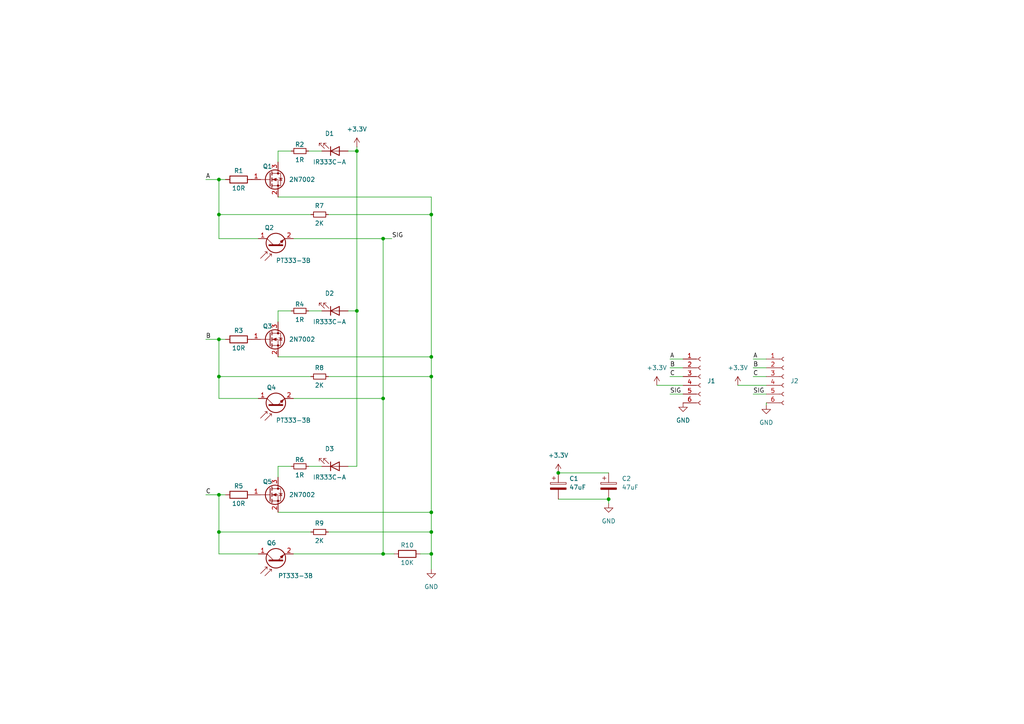
<source format=kicad_sch>
(kicad_sch
	(version 20231120)
	(generator "eeschema")
	(generator_version "8.0")
	(uuid "6b5000b6-4a8d-496a-b864-a8c83d6965fc")
	(paper "A4")
	(lib_symbols
		(symbol "Connector:Conn_01x06_Socket"
			(pin_names
				(offset 1.016) hide)
			(exclude_from_sim no)
			(in_bom yes)
			(on_board yes)
			(property "Reference" "J"
				(at 0 7.62 0)
				(effects
					(font
						(size 1.27 1.27)
					)
				)
			)
			(property "Value" "Conn_01x06_Socket"
				(at 0 -10.16 0)
				(effects
					(font
						(size 1.27 1.27)
					)
				)
			)
			(property "Footprint" ""
				(at 0 0 0)
				(effects
					(font
						(size 1.27 1.27)
					)
					(hide yes)
				)
			)
			(property "Datasheet" "~"
				(at 0 0 0)
				(effects
					(font
						(size 1.27 1.27)
					)
					(hide yes)
				)
			)
			(property "Description" "Generic connector, single row, 01x06, script generated"
				(at 0 0 0)
				(effects
					(font
						(size 1.27 1.27)
					)
					(hide yes)
				)
			)
			(property "ki_locked" ""
				(at 0 0 0)
				(effects
					(font
						(size 1.27 1.27)
					)
				)
			)
			(property "ki_keywords" "connector"
				(at 0 0 0)
				(effects
					(font
						(size 1.27 1.27)
					)
					(hide yes)
				)
			)
			(property "ki_fp_filters" "Connector*:*_1x??_*"
				(at 0 0 0)
				(effects
					(font
						(size 1.27 1.27)
					)
					(hide yes)
				)
			)
			(symbol "Conn_01x06_Socket_1_1"
				(arc
					(start 0 -7.112)
					(mid -0.5058 -7.62)
					(end 0 -8.128)
					(stroke
						(width 0.1524)
						(type default)
					)
					(fill
						(type none)
					)
				)
				(arc
					(start 0 -4.572)
					(mid -0.5058 -5.08)
					(end 0 -5.588)
					(stroke
						(width 0.1524)
						(type default)
					)
					(fill
						(type none)
					)
				)
				(arc
					(start 0 -2.032)
					(mid -0.5058 -2.54)
					(end 0 -3.048)
					(stroke
						(width 0.1524)
						(type default)
					)
					(fill
						(type none)
					)
				)
				(polyline
					(pts
						(xy -1.27 -7.62) (xy -0.508 -7.62)
					)
					(stroke
						(width 0.1524)
						(type default)
					)
					(fill
						(type none)
					)
				)
				(polyline
					(pts
						(xy -1.27 -5.08) (xy -0.508 -5.08)
					)
					(stroke
						(width 0.1524)
						(type default)
					)
					(fill
						(type none)
					)
				)
				(polyline
					(pts
						(xy -1.27 -2.54) (xy -0.508 -2.54)
					)
					(stroke
						(width 0.1524)
						(type default)
					)
					(fill
						(type none)
					)
				)
				(polyline
					(pts
						(xy -1.27 0) (xy -0.508 0)
					)
					(stroke
						(width 0.1524)
						(type default)
					)
					(fill
						(type none)
					)
				)
				(polyline
					(pts
						(xy -1.27 2.54) (xy -0.508 2.54)
					)
					(stroke
						(width 0.1524)
						(type default)
					)
					(fill
						(type none)
					)
				)
				(polyline
					(pts
						(xy -1.27 5.08) (xy -0.508 5.08)
					)
					(stroke
						(width 0.1524)
						(type default)
					)
					(fill
						(type none)
					)
				)
				(arc
					(start 0 0.508)
					(mid -0.5058 0)
					(end 0 -0.508)
					(stroke
						(width 0.1524)
						(type default)
					)
					(fill
						(type none)
					)
				)
				(arc
					(start 0 3.048)
					(mid -0.5058 2.54)
					(end 0 2.032)
					(stroke
						(width 0.1524)
						(type default)
					)
					(fill
						(type none)
					)
				)
				(arc
					(start 0 5.588)
					(mid -0.5058 5.08)
					(end 0 4.572)
					(stroke
						(width 0.1524)
						(type default)
					)
					(fill
						(type none)
					)
				)
				(pin passive line
					(at -5.08 5.08 0)
					(length 3.81)
					(name "Pin_1"
						(effects
							(font
								(size 1.27 1.27)
							)
						)
					)
					(number "1"
						(effects
							(font
								(size 1.27 1.27)
							)
						)
					)
				)
				(pin passive line
					(at -5.08 2.54 0)
					(length 3.81)
					(name "Pin_2"
						(effects
							(font
								(size 1.27 1.27)
							)
						)
					)
					(number "2"
						(effects
							(font
								(size 1.27 1.27)
							)
						)
					)
				)
				(pin passive line
					(at -5.08 0 0)
					(length 3.81)
					(name "Pin_3"
						(effects
							(font
								(size 1.27 1.27)
							)
						)
					)
					(number "3"
						(effects
							(font
								(size 1.27 1.27)
							)
						)
					)
				)
				(pin passive line
					(at -5.08 -2.54 0)
					(length 3.81)
					(name "Pin_4"
						(effects
							(font
								(size 1.27 1.27)
							)
						)
					)
					(number "4"
						(effects
							(font
								(size 1.27 1.27)
							)
						)
					)
				)
				(pin passive line
					(at -5.08 -5.08 0)
					(length 3.81)
					(name "Pin_5"
						(effects
							(font
								(size 1.27 1.27)
							)
						)
					)
					(number "5"
						(effects
							(font
								(size 1.27 1.27)
							)
						)
					)
				)
				(pin passive line
					(at -5.08 -7.62 0)
					(length 3.81)
					(name "Pin_6"
						(effects
							(font
								(size 1.27 1.27)
							)
						)
					)
					(number "6"
						(effects
							(font
								(size 1.27 1.27)
							)
						)
					)
				)
			)
		)
		(symbol "Device:C_Polarized"
			(pin_numbers hide)
			(pin_names
				(offset 0.254)
			)
			(exclude_from_sim no)
			(in_bom yes)
			(on_board yes)
			(property "Reference" "C"
				(at 0.635 2.54 0)
				(effects
					(font
						(size 1.27 1.27)
					)
					(justify left)
				)
			)
			(property "Value" "C_Polarized"
				(at 0.635 -2.54 0)
				(effects
					(font
						(size 1.27 1.27)
					)
					(justify left)
				)
			)
			(property "Footprint" ""
				(at 0.9652 -3.81 0)
				(effects
					(font
						(size 1.27 1.27)
					)
					(hide yes)
				)
			)
			(property "Datasheet" "~"
				(at 0 0 0)
				(effects
					(font
						(size 1.27 1.27)
					)
					(hide yes)
				)
			)
			(property "Description" "Polarized capacitor"
				(at 0 0 0)
				(effects
					(font
						(size 1.27 1.27)
					)
					(hide yes)
				)
			)
			(property "ki_keywords" "cap capacitor"
				(at 0 0 0)
				(effects
					(font
						(size 1.27 1.27)
					)
					(hide yes)
				)
			)
			(property "ki_fp_filters" "CP_*"
				(at 0 0 0)
				(effects
					(font
						(size 1.27 1.27)
					)
					(hide yes)
				)
			)
			(symbol "C_Polarized_0_1"
				(rectangle
					(start -2.286 0.508)
					(end 2.286 1.016)
					(stroke
						(width 0)
						(type default)
					)
					(fill
						(type none)
					)
				)
				(polyline
					(pts
						(xy -1.778 2.286) (xy -0.762 2.286)
					)
					(stroke
						(width 0)
						(type default)
					)
					(fill
						(type none)
					)
				)
				(polyline
					(pts
						(xy -1.27 2.794) (xy -1.27 1.778)
					)
					(stroke
						(width 0)
						(type default)
					)
					(fill
						(type none)
					)
				)
				(rectangle
					(start 2.286 -0.508)
					(end -2.286 -1.016)
					(stroke
						(width 0)
						(type default)
					)
					(fill
						(type outline)
					)
				)
			)
			(symbol "C_Polarized_1_1"
				(pin passive line
					(at 0 3.81 270)
					(length 2.794)
					(name "~"
						(effects
							(font
								(size 1.27 1.27)
							)
						)
					)
					(number "1"
						(effects
							(font
								(size 1.27 1.27)
							)
						)
					)
				)
				(pin passive line
					(at 0 -3.81 90)
					(length 2.794)
					(name "~"
						(effects
							(font
								(size 1.27 1.27)
							)
						)
					)
					(number "2"
						(effects
							(font
								(size 1.27 1.27)
							)
						)
					)
				)
			)
		)
		(symbol "Device:Q_Photo_NPN"
			(pin_names
				(offset 0) hide)
			(exclude_from_sim no)
			(in_bom yes)
			(on_board yes)
			(property "Reference" "Q"
				(at 5.08 1.27 0)
				(effects
					(font
						(size 1.27 1.27)
					)
					(justify left)
				)
			)
			(property "Value" "Q_Photo_NPN"
				(at 5.08 -1.27 0)
				(effects
					(font
						(size 1.27 1.27)
					)
					(justify left)
				)
			)
			(property "Footprint" ""
				(at 5.08 2.54 0)
				(effects
					(font
						(size 1.27 1.27)
					)
					(hide yes)
				)
			)
			(property "Datasheet" "~"
				(at 0 0 0)
				(effects
					(font
						(size 1.27 1.27)
					)
					(hide yes)
				)
			)
			(property "Description" "NPN phototransistor, collector/emitter"
				(at 0 0 0)
				(effects
					(font
						(size 1.27 1.27)
					)
					(hide yes)
				)
			)
			(property "ki_keywords" "phototransistor NPN"
				(at 0 0 0)
				(effects
					(font
						(size 1.27 1.27)
					)
					(hide yes)
				)
			)
			(symbol "Q_Photo_NPN_0_1"
				(polyline
					(pts
						(xy -1.905 1.27) (xy -2.54 1.27)
					)
					(stroke
						(width 0)
						(type default)
					)
					(fill
						(type none)
					)
				)
				(polyline
					(pts
						(xy -1.27 2.54) (xy -1.905 2.54)
					)
					(stroke
						(width 0)
						(type default)
					)
					(fill
						(type none)
					)
				)
				(polyline
					(pts
						(xy 0.635 0.635) (xy 2.54 2.54)
					)
					(stroke
						(width 0)
						(type default)
					)
					(fill
						(type none)
					)
				)
				(polyline
					(pts
						(xy -3.81 3.175) (xy -1.905 1.27) (xy -1.905 1.905)
					)
					(stroke
						(width 0)
						(type default)
					)
					(fill
						(type none)
					)
				)
				(polyline
					(pts
						(xy -3.175 4.445) (xy -1.27 2.54) (xy -1.27 3.175)
					)
					(stroke
						(width 0)
						(type default)
					)
					(fill
						(type none)
					)
				)
				(polyline
					(pts
						(xy 0.635 -0.635) (xy 2.54 -2.54) (xy 2.54 -2.54)
					)
					(stroke
						(width 0)
						(type default)
					)
					(fill
						(type none)
					)
				)
				(polyline
					(pts
						(xy 0.635 1.905) (xy 0.635 -1.905) (xy 0.635 -1.905)
					)
					(stroke
						(width 0.508)
						(type default)
					)
					(fill
						(type none)
					)
				)
				(polyline
					(pts
						(xy 1.27 -1.778) (xy 1.778 -1.27) (xy 2.286 -2.286) (xy 1.27 -1.778) (xy 1.27 -1.778)
					)
					(stroke
						(width 0)
						(type default)
					)
					(fill
						(type outline)
					)
				)
				(circle
					(center 1.27 0)
					(radius 2.8194)
					(stroke
						(width 0.254)
						(type default)
					)
					(fill
						(type none)
					)
				)
			)
			(symbol "Q_Photo_NPN_1_1"
				(pin passive line
					(at 2.54 5.08 270)
					(length 2.54)
					(name "C"
						(effects
							(font
								(size 1.27 1.27)
							)
						)
					)
					(number "1"
						(effects
							(font
								(size 1.27 1.27)
							)
						)
					)
				)
				(pin passive line
					(at 2.54 -5.08 90)
					(length 2.54)
					(name "E"
						(effects
							(font
								(size 1.27 1.27)
							)
						)
					)
					(number "2"
						(effects
							(font
								(size 1.27 1.27)
							)
						)
					)
				)
			)
		)
		(symbol "Device:R"
			(pin_numbers hide)
			(pin_names
				(offset 0)
			)
			(exclude_from_sim no)
			(in_bom yes)
			(on_board yes)
			(property "Reference" "R"
				(at 2.032 0 90)
				(effects
					(font
						(size 1.27 1.27)
					)
				)
			)
			(property "Value" "R"
				(at 0 0 90)
				(effects
					(font
						(size 1.27 1.27)
					)
				)
			)
			(property "Footprint" ""
				(at -1.778 0 90)
				(effects
					(font
						(size 1.27 1.27)
					)
					(hide yes)
				)
			)
			(property "Datasheet" "~"
				(at 0 0 0)
				(effects
					(font
						(size 1.27 1.27)
					)
					(hide yes)
				)
			)
			(property "Description" "Resistor"
				(at 0 0 0)
				(effects
					(font
						(size 1.27 1.27)
					)
					(hide yes)
				)
			)
			(property "ki_keywords" "R res resistor"
				(at 0 0 0)
				(effects
					(font
						(size 1.27 1.27)
					)
					(hide yes)
				)
			)
			(property "ki_fp_filters" "R_*"
				(at 0 0 0)
				(effects
					(font
						(size 1.27 1.27)
					)
					(hide yes)
				)
			)
			(symbol "R_0_1"
				(rectangle
					(start -1.016 -2.54)
					(end 1.016 2.54)
					(stroke
						(width 0.254)
						(type default)
					)
					(fill
						(type none)
					)
				)
			)
			(symbol "R_1_1"
				(pin passive line
					(at 0 3.81 270)
					(length 1.27)
					(name "~"
						(effects
							(font
								(size 1.27 1.27)
							)
						)
					)
					(number "1"
						(effects
							(font
								(size 1.27 1.27)
							)
						)
					)
				)
				(pin passive line
					(at 0 -3.81 90)
					(length 1.27)
					(name "~"
						(effects
							(font
								(size 1.27 1.27)
							)
						)
					)
					(number "2"
						(effects
							(font
								(size 1.27 1.27)
							)
						)
					)
				)
			)
		)
		(symbol "Device:R_Small"
			(pin_numbers hide)
			(pin_names
				(offset 0.254) hide)
			(exclude_from_sim no)
			(in_bom yes)
			(on_board yes)
			(property "Reference" "R"
				(at 0.762 0.508 0)
				(effects
					(font
						(size 1.27 1.27)
					)
					(justify left)
				)
			)
			(property "Value" "R_Small"
				(at 0.762 -1.016 0)
				(effects
					(font
						(size 1.27 1.27)
					)
					(justify left)
				)
			)
			(property "Footprint" ""
				(at 0 0 0)
				(effects
					(font
						(size 1.27 1.27)
					)
					(hide yes)
				)
			)
			(property "Datasheet" "~"
				(at 0 0 0)
				(effects
					(font
						(size 1.27 1.27)
					)
					(hide yes)
				)
			)
			(property "Description" "Resistor, small symbol"
				(at 0 0 0)
				(effects
					(font
						(size 1.27 1.27)
					)
					(hide yes)
				)
			)
			(property "ki_keywords" "R resistor"
				(at 0 0 0)
				(effects
					(font
						(size 1.27 1.27)
					)
					(hide yes)
				)
			)
			(property "ki_fp_filters" "R_*"
				(at 0 0 0)
				(effects
					(font
						(size 1.27 1.27)
					)
					(hide yes)
				)
			)
			(symbol "R_Small_0_1"
				(rectangle
					(start -0.762 1.778)
					(end 0.762 -1.778)
					(stroke
						(width 0.2032)
						(type default)
					)
					(fill
						(type none)
					)
				)
			)
			(symbol "R_Small_1_1"
				(pin passive line
					(at 0 2.54 270)
					(length 0.762)
					(name "~"
						(effects
							(font
								(size 1.27 1.27)
							)
						)
					)
					(number "1"
						(effects
							(font
								(size 1.27 1.27)
							)
						)
					)
				)
				(pin passive line
					(at 0 -2.54 90)
					(length 0.762)
					(name "~"
						(effects
							(font
								(size 1.27 1.27)
							)
						)
					)
					(number "2"
						(effects
							(font
								(size 1.27 1.27)
							)
						)
					)
				)
			)
		)
		(symbol "LED:IR26-21C_L110_TR8"
			(pin_numbers hide)
			(pin_names
				(offset 1.016) hide)
			(exclude_from_sim no)
			(in_bom yes)
			(on_board yes)
			(property "Reference" "D"
				(at 0 2.54 0)
				(effects
					(font
						(size 1.27 1.27)
					)
				)
			)
			(property "Value" "IR26-21C_L110_TR8"
				(at 0 -3.81 0)
				(effects
					(font
						(size 1.27 1.27)
					)
				)
			)
			(property "Footprint" "LED_SMD:LED_1206_3216Metric"
				(at 0 5.08 0)
				(effects
					(font
						(size 1.27 1.27)
					)
					(hide yes)
				)
			)
			(property "Datasheet" "http://www.everlight.com/file/ProductFile/IR26-21C-L110-TR8.pdf"
				(at 0 0 0)
				(effects
					(font
						(size 1.27 1.27)
					)
					(hide yes)
				)
			)
			(property "Description" "940nm, 20 deg, Infrared LED, 1206"
				(at 0 0 0)
				(effects
					(font
						(size 1.27 1.27)
					)
					(hide yes)
				)
			)
			(property "ki_keywords" "IR LED"
				(at 0 0 0)
				(effects
					(font
						(size 1.27 1.27)
					)
					(hide yes)
				)
			)
			(property "ki_fp_filters" "LED*1206*3216Metric*"
				(at 0 0 0)
				(effects
					(font
						(size 1.27 1.27)
					)
					(hide yes)
				)
			)
			(symbol "IR26-21C_L110_TR8_0_1"
				(polyline
					(pts
						(xy -1.27 -1.27) (xy -1.27 1.27)
					)
					(stroke
						(width 0.254)
						(type default)
					)
					(fill
						(type none)
					)
				)
				(polyline
					(pts
						(xy -1.27 0) (xy 1.27 0)
					)
					(stroke
						(width 0)
						(type default)
					)
					(fill
						(type none)
					)
				)
				(polyline
					(pts
						(xy 1.27 -1.27) (xy 1.27 1.27) (xy -1.27 0) (xy 1.27 -1.27)
					)
					(stroke
						(width 0.254)
						(type default)
					)
					(fill
						(type none)
					)
				)
				(polyline
					(pts
						(xy -3.048 -0.762) (xy -4.572 -2.286) (xy -3.81 -2.286) (xy -4.572 -2.286) (xy -4.572 -1.524)
					)
					(stroke
						(width 0)
						(type default)
					)
					(fill
						(type none)
					)
				)
				(polyline
					(pts
						(xy -1.778 -0.762) (xy -3.302 -2.286) (xy -2.54 -2.286) (xy -3.302 -2.286) (xy -3.302 -1.524)
					)
					(stroke
						(width 0)
						(type default)
					)
					(fill
						(type none)
					)
				)
			)
			(symbol "IR26-21C_L110_TR8_1_1"
				(pin passive line
					(at -3.81 0 0)
					(length 2.54)
					(name "K"
						(effects
							(font
								(size 1.27 1.27)
							)
						)
					)
					(number "1"
						(effects
							(font
								(size 1.27 1.27)
							)
						)
					)
				)
				(pin passive line
					(at 3.81 0 180)
					(length 2.54)
					(name "A"
						(effects
							(font
								(size 1.27 1.27)
							)
						)
					)
					(number "2"
						(effects
							(font
								(size 1.27 1.27)
							)
						)
					)
				)
			)
		)
		(symbol "Transistor_FET:AO3400A"
			(pin_names hide)
			(exclude_from_sim no)
			(in_bom yes)
			(on_board yes)
			(property "Reference" "Q"
				(at 5.08 1.905 0)
				(effects
					(font
						(size 1.27 1.27)
					)
					(justify left)
				)
			)
			(property "Value" "AO3400A"
				(at 5.08 0 0)
				(effects
					(font
						(size 1.27 1.27)
					)
					(justify left)
				)
			)
			(property "Footprint" "Package_TO_SOT_SMD:SOT-23"
				(at 5.08 -1.905 0)
				(effects
					(font
						(size 1.27 1.27)
						(italic yes)
					)
					(justify left)
					(hide yes)
				)
			)
			(property "Datasheet" "http://www.aosmd.com/pdfs/datasheet/AO3400A.pdf"
				(at 0 0 0)
				(effects
					(font
						(size 1.27 1.27)
					)
					(justify left)
					(hide yes)
				)
			)
			(property "Description" "30V Vds, 5.7A Id, N-Channel MOSFET, SOT-23"
				(at 0 0 0)
				(effects
					(font
						(size 1.27 1.27)
					)
					(hide yes)
				)
			)
			(property "ki_keywords" "N-Channel MOSFET"
				(at 0 0 0)
				(effects
					(font
						(size 1.27 1.27)
					)
					(hide yes)
				)
			)
			(property "ki_fp_filters" "SOT?23*"
				(at 0 0 0)
				(effects
					(font
						(size 1.27 1.27)
					)
					(hide yes)
				)
			)
			(symbol "AO3400A_0_1"
				(polyline
					(pts
						(xy 0.254 0) (xy -2.54 0)
					)
					(stroke
						(width 0)
						(type default)
					)
					(fill
						(type none)
					)
				)
				(polyline
					(pts
						(xy 0.254 1.905) (xy 0.254 -1.905)
					)
					(stroke
						(width 0.254)
						(type default)
					)
					(fill
						(type none)
					)
				)
				(polyline
					(pts
						(xy 0.762 -1.27) (xy 0.762 -2.286)
					)
					(stroke
						(width 0.254)
						(type default)
					)
					(fill
						(type none)
					)
				)
				(polyline
					(pts
						(xy 0.762 0.508) (xy 0.762 -0.508)
					)
					(stroke
						(width 0.254)
						(type default)
					)
					(fill
						(type none)
					)
				)
				(polyline
					(pts
						(xy 0.762 2.286) (xy 0.762 1.27)
					)
					(stroke
						(width 0.254)
						(type default)
					)
					(fill
						(type none)
					)
				)
				(polyline
					(pts
						(xy 2.54 2.54) (xy 2.54 1.778)
					)
					(stroke
						(width 0)
						(type default)
					)
					(fill
						(type none)
					)
				)
				(polyline
					(pts
						(xy 2.54 -2.54) (xy 2.54 0) (xy 0.762 0)
					)
					(stroke
						(width 0)
						(type default)
					)
					(fill
						(type none)
					)
				)
				(polyline
					(pts
						(xy 0.762 -1.778) (xy 3.302 -1.778) (xy 3.302 1.778) (xy 0.762 1.778)
					)
					(stroke
						(width 0)
						(type default)
					)
					(fill
						(type none)
					)
				)
				(polyline
					(pts
						(xy 1.016 0) (xy 2.032 0.381) (xy 2.032 -0.381) (xy 1.016 0)
					)
					(stroke
						(width 0)
						(type default)
					)
					(fill
						(type outline)
					)
				)
				(polyline
					(pts
						(xy 2.794 0.508) (xy 2.921 0.381) (xy 3.683 0.381) (xy 3.81 0.254)
					)
					(stroke
						(width 0)
						(type default)
					)
					(fill
						(type none)
					)
				)
				(polyline
					(pts
						(xy 3.302 0.381) (xy 2.921 -0.254) (xy 3.683 -0.254) (xy 3.302 0.381)
					)
					(stroke
						(width 0)
						(type default)
					)
					(fill
						(type none)
					)
				)
				(circle
					(center 1.651 0)
					(radius 2.794)
					(stroke
						(width 0.254)
						(type default)
					)
					(fill
						(type none)
					)
				)
				(circle
					(center 2.54 -1.778)
					(radius 0.254)
					(stroke
						(width 0)
						(type default)
					)
					(fill
						(type outline)
					)
				)
				(circle
					(center 2.54 1.778)
					(radius 0.254)
					(stroke
						(width 0)
						(type default)
					)
					(fill
						(type outline)
					)
				)
			)
			(symbol "AO3400A_1_1"
				(pin input line
					(at -5.08 0 0)
					(length 2.54)
					(name "G"
						(effects
							(font
								(size 1.27 1.27)
							)
						)
					)
					(number "1"
						(effects
							(font
								(size 1.27 1.27)
							)
						)
					)
				)
				(pin passive line
					(at 2.54 -5.08 90)
					(length 2.54)
					(name "S"
						(effects
							(font
								(size 1.27 1.27)
							)
						)
					)
					(number "2"
						(effects
							(font
								(size 1.27 1.27)
							)
						)
					)
				)
				(pin passive line
					(at 2.54 5.08 270)
					(length 2.54)
					(name "D"
						(effects
							(font
								(size 1.27 1.27)
							)
						)
					)
					(number "3"
						(effects
							(font
								(size 1.27 1.27)
							)
						)
					)
				)
			)
		)
		(symbol "power:+3.3V"
			(power)
			(pin_numbers hide)
			(pin_names
				(offset 0) hide)
			(exclude_from_sim no)
			(in_bom yes)
			(on_board yes)
			(property "Reference" "#PWR"
				(at 0 -3.81 0)
				(effects
					(font
						(size 1.27 1.27)
					)
					(hide yes)
				)
			)
			(property "Value" "+3.3V"
				(at 0 3.556 0)
				(effects
					(font
						(size 1.27 1.27)
					)
				)
			)
			(property "Footprint" ""
				(at 0 0 0)
				(effects
					(font
						(size 1.27 1.27)
					)
					(hide yes)
				)
			)
			(property "Datasheet" ""
				(at 0 0 0)
				(effects
					(font
						(size 1.27 1.27)
					)
					(hide yes)
				)
			)
			(property "Description" "Power symbol creates a global label with name \"+3.3V\""
				(at 0 0 0)
				(effects
					(font
						(size 1.27 1.27)
					)
					(hide yes)
				)
			)
			(property "ki_keywords" "global power"
				(at 0 0 0)
				(effects
					(font
						(size 1.27 1.27)
					)
					(hide yes)
				)
			)
			(symbol "+3.3V_0_1"
				(polyline
					(pts
						(xy -0.762 1.27) (xy 0 2.54)
					)
					(stroke
						(width 0)
						(type default)
					)
					(fill
						(type none)
					)
				)
				(polyline
					(pts
						(xy 0 0) (xy 0 2.54)
					)
					(stroke
						(width 0)
						(type default)
					)
					(fill
						(type none)
					)
				)
				(polyline
					(pts
						(xy 0 2.54) (xy 0.762 1.27)
					)
					(stroke
						(width 0)
						(type default)
					)
					(fill
						(type none)
					)
				)
			)
			(symbol "+3.3V_1_1"
				(pin power_in line
					(at 0 0 90)
					(length 0)
					(name "~"
						(effects
							(font
								(size 1.27 1.27)
							)
						)
					)
					(number "1"
						(effects
							(font
								(size 1.27 1.27)
							)
						)
					)
				)
			)
		)
		(symbol "power:GND"
			(power)
			(pin_names
				(offset 0)
			)
			(exclude_from_sim no)
			(in_bom yes)
			(on_board yes)
			(property "Reference" "#PWR"
				(at 0 -6.35 0)
				(effects
					(font
						(size 1.27 1.27)
					)
					(hide yes)
				)
			)
			(property "Value" "GND"
				(at 0 -3.81 0)
				(effects
					(font
						(size 1.27 1.27)
					)
				)
			)
			(property "Footprint" ""
				(at 0 0 0)
				(effects
					(font
						(size 1.27 1.27)
					)
					(hide yes)
				)
			)
			(property "Datasheet" ""
				(at 0 0 0)
				(effects
					(font
						(size 1.27 1.27)
					)
					(hide yes)
				)
			)
			(property "Description" "Power symbol creates a global label with name \"GND\" , ground"
				(at 0 0 0)
				(effects
					(font
						(size 1.27 1.27)
					)
					(hide yes)
				)
			)
			(property "ki_keywords" "global power"
				(at 0 0 0)
				(effects
					(font
						(size 1.27 1.27)
					)
					(hide yes)
				)
			)
			(symbol "GND_0_1"
				(polyline
					(pts
						(xy 0 0) (xy 0 -1.27) (xy 1.27 -1.27) (xy 0 -2.54) (xy -1.27 -1.27) (xy 0 -1.27)
					)
					(stroke
						(width 0)
						(type default)
					)
					(fill
						(type none)
					)
				)
			)
			(symbol "GND_1_1"
				(pin power_in line
					(at 0 0 270)
					(length 0) hide
					(name "GND"
						(effects
							(font
								(size 1.27 1.27)
							)
						)
					)
					(number "1"
						(effects
							(font
								(size 1.27 1.27)
							)
						)
					)
				)
			)
		)
	)
	(junction
		(at 63.5 143.51)
		(diameter 0)
		(color 0 0 0 0)
		(uuid "2881541c-91f7-4e33-a2b1-a03835d37b86")
	)
	(junction
		(at 111.125 115.57)
		(diameter 0)
		(color 0 0 0 0)
		(uuid "2ecdafe6-0780-40ca-9b78-e6c5378c470d")
	)
	(junction
		(at 125.095 103.505)
		(diameter 0)
		(color 0 0 0 0)
		(uuid "310ed536-7f48-4e75-aff3-119aeb20820b")
	)
	(junction
		(at 176.53 144.78)
		(diameter 0)
		(color 0 0 0 0)
		(uuid "4aa6c73d-0c70-43cc-b9b7-fce02ed2294e")
	)
	(junction
		(at 125.095 148.59)
		(diameter 0)
		(color 0 0 0 0)
		(uuid "4e17ac5c-7579-4868-a71a-3048531fe004")
	)
	(junction
		(at 125.095 109.22)
		(diameter 0)
		(color 0 0 0 0)
		(uuid "55050d9a-3bea-43c5-aef2-fc955763e058")
	)
	(junction
		(at 63.5 62.23)
		(diameter 0)
		(color 0 0 0 0)
		(uuid "6543120c-76c3-475a-9dff-678e47b4f3d7")
	)
	(junction
		(at 63.5 98.425)
		(diameter 0)
		(color 0 0 0 0)
		(uuid "68cf5ffa-6cd5-43a0-b05a-73d014c16832")
	)
	(junction
		(at 111.125 69.215)
		(diameter 0)
		(color 0 0 0 0)
		(uuid "78bb83ef-1377-4648-b7a0-e4bde7feaf9c")
	)
	(junction
		(at 63.5 52.07)
		(diameter 0)
		(color 0 0 0 0)
		(uuid "95f84096-91fc-4b39-9811-add7b68d84a6")
	)
	(junction
		(at 103.505 90.17)
		(diameter 0)
		(color 0 0 0 0)
		(uuid "9752855c-5583-4756-9b57-7f5334790e32")
	)
	(junction
		(at 111.125 160.655)
		(diameter 0)
		(color 0 0 0 0)
		(uuid "98a50114-d2e5-4aa5-8506-e05d81827a31")
	)
	(junction
		(at 125.095 160.655)
		(diameter 0)
		(color 0 0 0 0)
		(uuid "ade89eef-f60b-434e-a426-61b80e650e13")
	)
	(junction
		(at 161.925 137.16)
		(diameter 0)
		(color 0 0 0 0)
		(uuid "bbae681d-6f69-460a-a681-673cb938cb16")
	)
	(junction
		(at 63.5 154.305)
		(diameter 0)
		(color 0 0 0 0)
		(uuid "bc89cad4-fa76-44eb-98ba-e1b6ed75f51c")
	)
	(junction
		(at 63.5 109.22)
		(diameter 0)
		(color 0 0 0 0)
		(uuid "ea0e4a84-18b7-4053-a4ed-5deebd4f2668")
	)
	(junction
		(at 103.505 43.815)
		(diameter 0)
		(color 0 0 0 0)
		(uuid "f0c0a432-13bc-467e-979b-00c3a5eefcd2")
	)
	(junction
		(at 125.095 154.305)
		(diameter 0)
		(color 0 0 0 0)
		(uuid "f2e77c6e-ed5d-4714-93bb-6686bf85427b")
	)
	(junction
		(at 125.095 62.23)
		(diameter 0)
		(color 0 0 0 0)
		(uuid "f753a291-9bab-485e-b1c1-2c92b7461ac5")
	)
	(wire
		(pts
			(xy 63.5 154.305) (xy 63.5 160.655)
		)
		(stroke
			(width 0)
			(type default)
		)
		(uuid "017d5736-305b-4f14-b29b-12367e43c311")
	)
	(wire
		(pts
			(xy 194.31 109.22) (xy 198.12 109.22)
		)
		(stroke
			(width 0)
			(type default)
		)
		(uuid "080364e9-b394-49f6-969b-8073facae568")
	)
	(wire
		(pts
			(xy 84.455 90.17) (xy 80.645 90.17)
		)
		(stroke
			(width 0)
			(type default)
		)
		(uuid "084156fb-b009-4cbc-b6a8-e88d2dccaf3c")
	)
	(wire
		(pts
			(xy 63.5 62.23) (xy 90.17 62.23)
		)
		(stroke
			(width 0)
			(type default)
		)
		(uuid "0a83799b-d7f4-4f7f-999b-2bfd71a1fddf")
	)
	(wire
		(pts
			(xy 85.09 69.215) (xy 111.125 69.215)
		)
		(stroke
			(width 0)
			(type default)
		)
		(uuid "100f4b08-5f8c-4927-b2c0-b121da69c6fa")
	)
	(wire
		(pts
			(xy 111.125 115.57) (xy 111.125 160.655)
		)
		(stroke
			(width 0)
			(type default)
		)
		(uuid "1453ed59-1584-422a-820c-e7d3d253b4a4")
	)
	(wire
		(pts
			(xy 100.965 135.255) (xy 103.505 135.255)
		)
		(stroke
			(width 0)
			(type default)
		)
		(uuid "15df1d62-d822-4174-b8ed-42dd1771c8b6")
	)
	(wire
		(pts
			(xy 125.095 57.15) (xy 125.095 62.23)
		)
		(stroke
			(width 0)
			(type default)
		)
		(uuid "17fa9e33-8c98-4d3a-89d9-03cb0a5c3b00")
	)
	(wire
		(pts
			(xy 125.095 148.59) (xy 80.645 148.59)
		)
		(stroke
			(width 0)
			(type default)
		)
		(uuid "201497ca-f7d3-45ea-a288-f49fa7b1a9ac")
	)
	(wire
		(pts
			(xy 80.645 57.15) (xy 125.095 57.15)
		)
		(stroke
			(width 0)
			(type default)
		)
		(uuid "21ce3b60-1bf0-4f25-b9f2-3bc1798f6a4b")
	)
	(wire
		(pts
			(xy 100.965 90.17) (xy 103.505 90.17)
		)
		(stroke
			(width 0)
			(type default)
		)
		(uuid "26949ba1-0ddb-4efc-98c1-b6f21fbb27cb")
	)
	(wire
		(pts
			(xy 125.095 103.505) (xy 125.095 109.22)
		)
		(stroke
			(width 0)
			(type default)
		)
		(uuid "274252cc-53b9-43f0-bd2c-4bffd0464a06")
	)
	(wire
		(pts
			(xy 103.505 90.17) (xy 103.505 135.255)
		)
		(stroke
			(width 0)
			(type default)
		)
		(uuid "27666596-3c06-41d3-94ee-1a8fba489544")
	)
	(wire
		(pts
			(xy 95.25 109.22) (xy 125.095 109.22)
		)
		(stroke
			(width 0)
			(type default)
		)
		(uuid "27fbf5b7-7cf7-42fb-9768-b1b557d7c976")
	)
	(wire
		(pts
			(xy 63.5 62.23) (xy 63.5 69.215)
		)
		(stroke
			(width 0)
			(type default)
		)
		(uuid "30bdc27c-4845-4dc5-9c74-2dde46b0c8a4")
	)
	(wire
		(pts
			(xy 111.125 160.655) (xy 85.09 160.655)
		)
		(stroke
			(width 0)
			(type default)
		)
		(uuid "313c3b98-0ce9-4bcf-9c7d-71c3000e5f2e")
	)
	(wire
		(pts
			(xy 100.965 43.815) (xy 103.505 43.815)
		)
		(stroke
			(width 0)
			(type default)
		)
		(uuid "3705bdca-e6f4-4476-814d-f6b23ac24d61")
	)
	(wire
		(pts
			(xy 80.645 90.17) (xy 80.645 93.345)
		)
		(stroke
			(width 0)
			(type default)
		)
		(uuid "3bdfeeb9-54e0-40a3-a783-1e35aa957825")
	)
	(wire
		(pts
			(xy 218.44 104.14) (xy 222.25 104.14)
		)
		(stroke
			(width 0)
			(type default)
		)
		(uuid "3ffd59d4-ac76-4223-bf0e-3002333b4668")
	)
	(wire
		(pts
			(xy 176.53 144.78) (xy 176.53 146.05)
		)
		(stroke
			(width 0)
			(type default)
		)
		(uuid "40e70b93-de92-4aca-b7c8-577d960383a3")
	)
	(wire
		(pts
			(xy 194.31 104.14) (xy 198.12 104.14)
		)
		(stroke
			(width 0)
			(type default)
		)
		(uuid "433c2591-9bc6-46f3-9891-bd80e6b93e5c")
	)
	(wire
		(pts
			(xy 194.31 114.3) (xy 198.12 114.3)
		)
		(stroke
			(width 0)
			(type default)
		)
		(uuid "4409d3fe-f980-4cfb-b83b-04f3edff8ae5")
	)
	(wire
		(pts
			(xy 63.5 109.22) (xy 63.5 115.57)
		)
		(stroke
			(width 0)
			(type default)
		)
		(uuid "47010ff2-af66-4130-9168-eb941a77dbdd")
	)
	(wire
		(pts
			(xy 125.095 160.655) (xy 121.92 160.655)
		)
		(stroke
			(width 0)
			(type default)
		)
		(uuid "4c5d85f6-0bda-497b-9e97-fb52830de4ee")
	)
	(wire
		(pts
			(xy 125.095 154.305) (xy 125.095 160.655)
		)
		(stroke
			(width 0)
			(type default)
		)
		(uuid "4eee8433-1a74-4fa8-9b66-90f96bc747fa")
	)
	(wire
		(pts
			(xy 63.5 115.57) (xy 74.93 115.57)
		)
		(stroke
			(width 0)
			(type default)
		)
		(uuid "549f35b2-c2a9-408f-8be3-a9d4f2aee7d5")
	)
	(wire
		(pts
			(xy 125.095 165.1) (xy 125.095 160.655)
		)
		(stroke
			(width 0)
			(type default)
		)
		(uuid "5573c6ef-570c-4d2f-8e14-61556b446e9a")
	)
	(wire
		(pts
			(xy 63.5 154.305) (xy 90.17 154.305)
		)
		(stroke
			(width 0)
			(type default)
		)
		(uuid "5b25c262-9a23-4737-9407-a3df059b77bb")
	)
	(wire
		(pts
			(xy 111.125 160.655) (xy 114.3 160.655)
		)
		(stroke
			(width 0)
			(type default)
		)
		(uuid "5df6b6cd-9db3-44af-87e0-2e3f66f18336")
	)
	(wire
		(pts
			(xy 111.125 69.215) (xy 111.125 115.57)
		)
		(stroke
			(width 0)
			(type default)
		)
		(uuid "61524b43-86dc-4750-a586-12fb7a5e981d")
	)
	(wire
		(pts
			(xy 213.995 111.76) (xy 222.25 111.76)
		)
		(stroke
			(width 0)
			(type default)
		)
		(uuid "61e19431-be7f-4e9e-9a31-da907d50dbab")
	)
	(wire
		(pts
			(xy 63.5 109.22) (xy 90.17 109.22)
		)
		(stroke
			(width 0)
			(type default)
		)
		(uuid "622c8b9a-9b2f-4eff-b130-0540b82d8fa9")
	)
	(wire
		(pts
			(xy 218.44 109.22) (xy 222.25 109.22)
		)
		(stroke
			(width 0)
			(type default)
		)
		(uuid "647354c4-af7a-4d3b-a6d1-afcf0afd00d5")
	)
	(wire
		(pts
			(xy 63.5 98.425) (xy 63.5 109.22)
		)
		(stroke
			(width 0)
			(type default)
		)
		(uuid "69f4554d-8f6f-4291-908f-7ab023cc729f")
	)
	(wire
		(pts
			(xy 111.125 69.215) (xy 113.665 69.215)
		)
		(stroke
			(width 0)
			(type default)
		)
		(uuid "78a3be26-4cc8-4c5e-bb44-32193f8451d5")
	)
	(wire
		(pts
			(xy 103.505 43.815) (xy 103.505 90.17)
		)
		(stroke
			(width 0)
			(type default)
		)
		(uuid "78ce8259-fe8f-400c-be67-0ce5e70fe2e9")
	)
	(wire
		(pts
			(xy 161.925 144.78) (xy 176.53 144.78)
		)
		(stroke
			(width 0)
			(type default)
		)
		(uuid "7cb6c7a0-1d23-465c-8640-3997b9499bf8")
	)
	(wire
		(pts
			(xy 218.44 114.3) (xy 222.25 114.3)
		)
		(stroke
			(width 0)
			(type default)
		)
		(uuid "8316b4fd-c2be-48f9-b526-f415292bff3b")
	)
	(wire
		(pts
			(xy 80.645 135.255) (xy 80.645 138.43)
		)
		(stroke
			(width 0)
			(type default)
		)
		(uuid "84b22e71-e7a5-4eca-89a3-009152a6a2e9")
	)
	(wire
		(pts
			(xy 218.44 106.68) (xy 222.25 106.68)
		)
		(stroke
			(width 0)
			(type default)
		)
		(uuid "862c509d-9f0a-4d12-a076-9e2c6513c064")
	)
	(wire
		(pts
			(xy 95.25 154.305) (xy 125.095 154.305)
		)
		(stroke
			(width 0)
			(type default)
		)
		(uuid "8efd3029-3940-43f1-807a-ac563f42d100")
	)
	(wire
		(pts
			(xy 93.345 43.815) (xy 89.535 43.815)
		)
		(stroke
			(width 0)
			(type default)
		)
		(uuid "956e3f8d-e27d-459d-885a-37ced65885e1")
	)
	(wire
		(pts
			(xy 125.095 62.23) (xy 125.095 103.505)
		)
		(stroke
			(width 0)
			(type default)
		)
		(uuid "9649d2c6-1601-48f4-bdf6-25658fe6a852")
	)
	(wire
		(pts
			(xy 103.505 43.815) (xy 103.505 42.545)
		)
		(stroke
			(width 0)
			(type default)
		)
		(uuid "9cd51843-e8d8-4df7-a382-d62664251d48")
	)
	(wire
		(pts
			(xy 95.25 62.23) (xy 125.095 62.23)
		)
		(stroke
			(width 0)
			(type default)
		)
		(uuid "a61d4d9b-553b-41b0-aa11-f3c62d93ccd8")
	)
	(wire
		(pts
			(xy 84.455 135.255) (xy 80.645 135.255)
		)
		(stroke
			(width 0)
			(type default)
		)
		(uuid "a6943a4a-9d62-4d03-9a6f-7cfc5a9257d9")
	)
	(wire
		(pts
			(xy 85.09 115.57) (xy 111.125 115.57)
		)
		(stroke
			(width 0)
			(type default)
		)
		(uuid "a6970ba5-fe82-47ab-be9e-1b9e8cb80464")
	)
	(wire
		(pts
			(xy 190.5 111.76) (xy 198.12 111.76)
		)
		(stroke
			(width 0)
			(type default)
		)
		(uuid "a9d2169e-8aed-4821-b64a-0e1713322b12")
	)
	(wire
		(pts
			(xy 125.095 109.22) (xy 125.095 148.59)
		)
		(stroke
			(width 0)
			(type default)
		)
		(uuid "b03dbde3-a0cc-4f6b-86b8-b042dbfc0480")
	)
	(wire
		(pts
			(xy 59.69 52.07) (xy 63.5 52.07)
		)
		(stroke
			(width 0)
			(type default)
		)
		(uuid "b29b2deb-1566-468e-8c79-32b4962194fa")
	)
	(wire
		(pts
			(xy 63.5 98.425) (xy 65.405 98.425)
		)
		(stroke
			(width 0)
			(type default)
		)
		(uuid "b53e1f27-b895-45d0-9204-37a441485203")
	)
	(wire
		(pts
			(xy 63.5 160.655) (xy 74.93 160.655)
		)
		(stroke
			(width 0)
			(type default)
		)
		(uuid "b7d75ffe-7fd5-4460-ba56-5597110603b4")
	)
	(wire
		(pts
			(xy 125.095 148.59) (xy 125.095 154.305)
		)
		(stroke
			(width 0)
			(type default)
		)
		(uuid "be6551ee-6df8-44e1-af0e-e4b504ce6da9")
	)
	(wire
		(pts
			(xy 93.345 135.255) (xy 89.535 135.255)
		)
		(stroke
			(width 0)
			(type default)
		)
		(uuid "bfb101cb-f05b-4988-bd34-28b6e0332e14")
	)
	(wire
		(pts
			(xy 125.095 103.505) (xy 80.645 103.505)
		)
		(stroke
			(width 0)
			(type default)
		)
		(uuid "c984e1c3-dec7-4e25-a122-b0cfa081f950")
	)
	(wire
		(pts
			(xy 63.5 52.07) (xy 65.405 52.07)
		)
		(stroke
			(width 0)
			(type default)
		)
		(uuid "cab88b9e-9941-499d-8fc8-42bff039dc54")
	)
	(wire
		(pts
			(xy 222.25 116.84) (xy 222.25 117.475)
		)
		(stroke
			(width 0)
			(type default)
		)
		(uuid "d3a431f5-fdce-4755-afef-d943f4d1a611")
	)
	(wire
		(pts
			(xy 161.925 137.16) (xy 176.53 137.16)
		)
		(stroke
			(width 0)
			(type default)
		)
		(uuid "d428513a-53ba-4c3f-9125-4d1e96543612")
	)
	(wire
		(pts
			(xy 84.455 43.815) (xy 80.645 43.815)
		)
		(stroke
			(width 0)
			(type default)
		)
		(uuid "dc0ea650-4c30-448f-9223-bfaf8ed1f0cc")
	)
	(wire
		(pts
			(xy 63.5 52.07) (xy 63.5 62.23)
		)
		(stroke
			(width 0)
			(type default)
		)
		(uuid "dc6b2fa2-9d96-4ca0-b6b8-655b36f191f2")
	)
	(wire
		(pts
			(xy 63.5 143.51) (xy 63.5 154.305)
		)
		(stroke
			(width 0)
			(type default)
		)
		(uuid "e39148d9-56b5-4885-9eb5-5f71fdacb53b")
	)
	(wire
		(pts
			(xy 63.5 143.51) (xy 65.405 143.51)
		)
		(stroke
			(width 0)
			(type default)
		)
		(uuid "e40399b3-9466-4b6a-9d94-16d5ffaa890b")
	)
	(wire
		(pts
			(xy 63.5 69.215) (xy 74.93 69.215)
		)
		(stroke
			(width 0)
			(type default)
		)
		(uuid "ef32005a-5b4d-4294-a9fb-87094e00e14c")
	)
	(wire
		(pts
			(xy 194.31 106.68) (xy 198.12 106.68)
		)
		(stroke
			(width 0)
			(type default)
		)
		(uuid "ef5cad45-b211-4df4-91f7-5874a9ff2df0")
	)
	(wire
		(pts
			(xy 59.69 143.51) (xy 63.5 143.51)
		)
		(stroke
			(width 0)
			(type default)
		)
		(uuid "f2423bac-7088-44f8-8d70-3b5afb33fda5")
	)
	(wire
		(pts
			(xy 80.645 43.815) (xy 80.645 46.99)
		)
		(stroke
			(width 0)
			(type default)
		)
		(uuid "f5ead89c-753e-4618-9101-1f0c1148a7d1")
	)
	(wire
		(pts
			(xy 59.69 98.425) (xy 63.5 98.425)
		)
		(stroke
			(width 0)
			(type default)
		)
		(uuid "f6c59ebd-8a45-4ad1-a0f7-02f6f6ba56ca")
	)
	(wire
		(pts
			(xy 93.345 90.17) (xy 89.535 90.17)
		)
		(stroke
			(width 0)
			(type default)
		)
		(uuid "f8b9b044-0934-4555-b49b-6a9fda8ccdf9")
	)
	(label "B"
		(at 194.31 106.68 0)
		(fields_autoplaced yes)
		(effects
			(font
				(size 1.27 1.27)
			)
			(justify left bottom)
		)
		(uuid "0ae82030-fd89-407b-bae3-aeb9a8a236fb")
	)
	(label "C"
		(at 59.69 143.51 0)
		(fields_autoplaced yes)
		(effects
			(font
				(size 1.27 1.27)
			)
			(justify left bottom)
		)
		(uuid "2cf88f9a-8140-4f82-a84b-c7cfee6ac138")
	)
	(label "A"
		(at 194.31 104.14 0)
		(fields_autoplaced yes)
		(effects
			(font
				(size 1.27 1.27)
			)
			(justify left bottom)
		)
		(uuid "33828bbb-a1ac-438b-8f72-009e9c306897")
	)
	(label "SIG"
		(at 113.665 69.215 0)
		(fields_autoplaced yes)
		(effects
			(font
				(size 1.27 1.27)
			)
			(justify left bottom)
		)
		(uuid "4bb03afa-8f7c-42dc-b5a2-f220a4250eff")
	)
	(label "C"
		(at 218.44 109.22 0)
		(fields_autoplaced yes)
		(effects
			(font
				(size 1.27 1.27)
			)
			(justify left bottom)
		)
		(uuid "605094ce-3ee1-4aec-9008-2e25ec243394")
	)
	(label "A"
		(at 59.69 52.07 0)
		(fields_autoplaced yes)
		(effects
			(font
				(size 1.27 1.27)
			)
			(justify left bottom)
		)
		(uuid "69894844-f826-49b0-9972-dce06189980b")
	)
	(label "SIG"
		(at 194.31 114.3 0)
		(fields_autoplaced yes)
		(effects
			(font
				(size 1.27 1.27)
			)
			(justify left bottom)
		)
		(uuid "6a912698-9e83-4258-9fec-20814c83ebdc")
	)
	(label "C"
		(at 194.31 109.22 0)
		(fields_autoplaced yes)
		(effects
			(font
				(size 1.27 1.27)
			)
			(justify left bottom)
		)
		(uuid "7bfacfff-ff91-405c-ab71-4d5f56fba4fc")
	)
	(label "B"
		(at 218.44 106.68 0)
		(fields_autoplaced yes)
		(effects
			(font
				(size 1.27 1.27)
			)
			(justify left bottom)
		)
		(uuid "8996c659-027e-4579-8fca-1b12da01052b")
	)
	(label "SIG"
		(at 218.44 114.3 0)
		(fields_autoplaced yes)
		(effects
			(font
				(size 1.27 1.27)
			)
			(justify left bottom)
		)
		(uuid "b0d0cae6-f7f5-4ce5-8ac8-2d278c226aca")
	)
	(label "A"
		(at 218.44 104.14 0)
		(fields_autoplaced yes)
		(effects
			(font
				(size 1.27 1.27)
			)
			(justify left bottom)
		)
		(uuid "b856fa93-6abc-4253-b02c-f47ca3370888")
	)
	(label "B"
		(at 59.69 98.425 0)
		(fields_autoplaced yes)
		(effects
			(font
				(size 1.27 1.27)
			)
			(justify left bottom)
		)
		(uuid "d66b7402-b314-44bd-993f-a71897f9b4f3")
	)
	(symbol
		(lib_id "Device:R")
		(at 69.215 143.51 90)
		(unit 1)
		(exclude_from_sim no)
		(in_bom yes)
		(on_board yes)
		(dnp no)
		(uuid "04ce05b5-4f6f-434b-8193-f374ff7aab82")
		(property "Reference" "R5"
			(at 69.215 140.97 90)
			(effects
				(font
					(size 1.27 1.27)
				)
			)
		)
		(property "Value" "10R"
			(at 69.215 146.05 90)
			(effects
				(font
					(size 1.27 1.27)
				)
			)
		)
		(property "Footprint" "Resistor_SMD:R_0603_1608Metric_Pad0.98x0.95mm_HandSolder"
			(at 69.215 145.288 90)
			(effects
				(font
					(size 1.27 1.27)
				)
				(hide yes)
			)
		)
		(property "Datasheet" "~"
			(at 69.215 143.51 0)
			(effects
				(font
					(size 1.27 1.27)
				)
				(hide yes)
			)
		)
		(property "Description" ""
			(at 69.215 143.51 0)
			(effects
				(font
					(size 1.27 1.27)
				)
				(hide yes)
			)
		)
		(pin "1"
			(uuid "1422cf09-7463-48a3-b12f-3a1101607fee")
		)
		(pin "2"
			(uuid "3eb69c3d-46a0-4fa0-825a-cbaf781dde40")
		)
		(instances
			(project "chu_air"
				(path "/6b5000b6-4a8d-496a-b864-a8c83d6965fc"
					(reference "R5")
					(unit 1)
				)
			)
		)
	)
	(symbol
		(lib_id "LED:IR26-21C_L110_TR8")
		(at 97.155 90.17 0)
		(mirror x)
		(unit 1)
		(exclude_from_sim no)
		(in_bom yes)
		(on_board yes)
		(dnp no)
		(uuid "183782b4-88fa-4a7d-9c76-f5d536209ef7")
		(property "Reference" "D2"
			(at 95.5675 85.09 0)
			(effects
				(font
					(size 1.27 1.27)
				)
			)
		)
		(property "Value" "IR333C-A"
			(at 95.5675 93.345 0)
			(effects
				(font
					(size 1.27 1.27)
				)
			)
		)
		(property "Footprint" "LED_THT:LED_D5.0mm_IRGrey"
			(at 97.155 95.25 0)
			(effects
				(font
					(size 1.27 1.27)
				)
				(hide yes)
			)
		)
		(property "Datasheet" "http://www.everlight.com/file/ProductFile/IR26-21C-L110-TR8.pdf"
			(at 97.155 90.17 0)
			(effects
				(font
					(size 1.27 1.27)
				)
				(hide yes)
			)
		)
		(property "Description" ""
			(at 97.155 90.17 0)
			(effects
				(font
					(size 1.27 1.27)
				)
				(hide yes)
			)
		)
		(pin "1"
			(uuid "d2a9bca2-e559-4c08-b8ee-46312a57b6be")
		)
		(pin "2"
			(uuid "cbafb454-9089-4ef1-b752-3124b348481e")
		)
		(instances
			(project "chu_air"
				(path "/6b5000b6-4a8d-496a-b864-a8c83d6965fc"
					(reference "D2")
					(unit 1)
				)
			)
		)
	)
	(symbol
		(lib_id "power:+3.3V")
		(at 190.5 111.76 0)
		(unit 1)
		(exclude_from_sim no)
		(in_bom yes)
		(on_board yes)
		(dnp no)
		(fields_autoplaced yes)
		(uuid "1a29e09d-214d-4923-98a0-c216925c4af2")
		(property "Reference" "#PWR03"
			(at 190.5 115.57 0)
			(effects
				(font
					(size 1.27 1.27)
				)
				(hide yes)
			)
		)
		(property "Value" "+3.3V"
			(at 190.5 106.68 0)
			(effects
				(font
					(size 1.27 1.27)
				)
			)
		)
		(property "Footprint" ""
			(at 190.5 111.76 0)
			(effects
				(font
					(size 1.27 1.27)
				)
				(hide yes)
			)
		)
		(property "Datasheet" ""
			(at 190.5 111.76 0)
			(effects
				(font
					(size 1.27 1.27)
				)
				(hide yes)
			)
		)
		(property "Description" "Power symbol creates a global label with name \"+3.3V\""
			(at 190.5 111.76 0)
			(effects
				(font
					(size 1.27 1.27)
				)
				(hide yes)
			)
		)
		(pin "1"
			(uuid "08bd92f8-3b8b-4733-a398-a0978b0fba5d")
		)
		(instances
			(project ""
				(path "/6b5000b6-4a8d-496a-b864-a8c83d6965fc"
					(reference "#PWR03")
					(unit 1)
				)
			)
		)
	)
	(symbol
		(lib_id "power:GND")
		(at 176.53 146.05 0)
		(unit 1)
		(exclude_from_sim no)
		(in_bom yes)
		(on_board yes)
		(dnp no)
		(fields_autoplaced yes)
		(uuid "1b5cc377-e250-4743-96c0-8b8d911271f1")
		(property "Reference" "#PWR07"
			(at 176.53 152.4 0)
			(effects
				(font
					(size 1.27 1.27)
				)
				(hide yes)
			)
		)
		(property "Value" "GND"
			(at 176.53 151.13 0)
			(effects
				(font
					(size 1.27 1.27)
				)
			)
		)
		(property "Footprint" ""
			(at 176.53 146.05 0)
			(effects
				(font
					(size 1.27 1.27)
				)
				(hide yes)
			)
		)
		(property "Datasheet" ""
			(at 176.53 146.05 0)
			(effects
				(font
					(size 1.27 1.27)
				)
				(hide yes)
			)
		)
		(property "Description" ""
			(at 176.53 146.05 0)
			(effects
				(font
					(size 1.27 1.27)
				)
				(hide yes)
			)
		)
		(pin "1"
			(uuid "b04b8f10-bb4e-4c49-8dd4-baf468ecf25b")
		)
		(instances
			(project "chu_air"
				(path "/6b5000b6-4a8d-496a-b864-a8c83d6965fc"
					(reference "#PWR07")
					(unit 1)
				)
			)
		)
	)
	(symbol
		(lib_id "Device:Q_Photo_NPN")
		(at 80.01 163.195 90)
		(unit 1)
		(exclude_from_sim no)
		(in_bom yes)
		(on_board yes)
		(dnp no)
		(uuid "208e1eeb-6ed3-4c7b-84f4-f848dc6d396a")
		(property "Reference" "Q6"
			(at 78.74 157.48 90)
			(effects
				(font
					(size 1.27 1.27)
				)
			)
		)
		(property "Value" "PT333-3B"
			(at 85.725 167.005 90)
			(effects
				(font
					(size 1.27 1.27)
				)
			)
		)
		(property "Footprint" "LED_THT:LED_D5.0mm_IRBlack"
			(at 77.47 158.115 0)
			(effects
				(font
					(size 1.27 1.27)
				)
				(hide yes)
			)
		)
		(property "Datasheet" "~"
			(at 80.01 163.195 0)
			(effects
				(font
					(size 1.27 1.27)
				)
				(hide yes)
			)
		)
		(property "Description" ""
			(at 80.01 163.195 0)
			(effects
				(font
					(size 1.27 1.27)
				)
				(hide yes)
			)
		)
		(pin "1"
			(uuid "1e6b243f-79f8-4060-9694-9d4937aaa230")
		)
		(pin "2"
			(uuid "3bf7c12a-1b10-47df-9866-2d41a0741550")
		)
		(instances
			(project "chu_air"
				(path "/6b5000b6-4a8d-496a-b864-a8c83d6965fc"
					(reference "Q6")
					(unit 1)
				)
			)
		)
	)
	(symbol
		(lib_id "Connector:Conn_01x06_Socket")
		(at 203.2 109.22 0)
		(unit 1)
		(exclude_from_sim no)
		(in_bom yes)
		(on_board yes)
		(dnp no)
		(fields_autoplaced yes)
		(uuid "23cb4b50-4993-40df-b019-ed8e00a69221")
		(property "Reference" "J1"
			(at 205.105 110.49 0)
			(effects
				(font
					(size 1.27 1.27)
				)
				(justify left)
			)
		)
		(property "Value" "Conn_01x06_Socket"
			(at 205.105 111.76 0)
			(effects
				(font
					(size 1.27 1.27)
				)
				(justify left)
				(hide yes)
			)
		)
		(property "Footprint" "chu_air:6P_Air_Conn"
			(at 203.2 109.22 0)
			(effects
				(font
					(size 1.27 1.27)
				)
				(hide yes)
			)
		)
		(property "Datasheet" "~"
			(at 203.2 109.22 0)
			(effects
				(font
					(size 1.27 1.27)
				)
				(hide yes)
			)
		)
		(property "Description" ""
			(at 203.2 109.22 0)
			(effects
				(font
					(size 1.27 1.27)
				)
				(hide yes)
			)
		)
		(pin "1"
			(uuid "4fdf223e-a320-493a-affc-975fea9234b8")
		)
		(pin "2"
			(uuid "db32005b-2d45-433f-ae7e-0c39894ad9a6")
		)
		(pin "3"
			(uuid "c98d804c-6b96-48c6-9db2-5d71e6fdbf30")
		)
		(pin "4"
			(uuid "a1c62453-166a-4728-b435-33e03873355c")
		)
		(pin "5"
			(uuid "e66b6381-b9da-4abd-8832-9f5b3d06528f")
		)
		(pin "6"
			(uuid "66331e51-264e-4f70-b26a-491900cb52d8")
		)
		(instances
			(project "chu_air"
				(path "/6b5000b6-4a8d-496a-b864-a8c83d6965fc"
					(reference "J1")
					(unit 1)
				)
			)
		)
	)
	(symbol
		(lib_id "power:GND")
		(at 222.25 117.475 0)
		(unit 1)
		(exclude_from_sim no)
		(in_bom yes)
		(on_board yes)
		(dnp no)
		(fields_autoplaced yes)
		(uuid "2b075593-b819-4f6f-9be1-7b2f98d38f41")
		(property "Reference" "#PWR010"
			(at 222.25 123.825 0)
			(effects
				(font
					(size 1.27 1.27)
				)
				(hide yes)
			)
		)
		(property "Value" "GND"
			(at 222.25 122.555 0)
			(effects
				(font
					(size 1.27 1.27)
				)
			)
		)
		(property "Footprint" ""
			(at 222.25 117.475 0)
			(effects
				(font
					(size 1.27 1.27)
				)
				(hide yes)
			)
		)
		(property "Datasheet" ""
			(at 222.25 117.475 0)
			(effects
				(font
					(size 1.27 1.27)
				)
				(hide yes)
			)
		)
		(property "Description" ""
			(at 222.25 117.475 0)
			(effects
				(font
					(size 1.27 1.27)
				)
				(hide yes)
			)
		)
		(pin "1"
			(uuid "8554111b-0801-43cf-b137-7f7ec282d4bf")
		)
		(instances
			(project "chu_air"
				(path "/6b5000b6-4a8d-496a-b864-a8c83d6965fc"
					(reference "#PWR010")
					(unit 1)
				)
			)
		)
	)
	(symbol
		(lib_id "Transistor_FET:AO3400A")
		(at 78.105 98.425 0)
		(unit 1)
		(exclude_from_sim no)
		(in_bom yes)
		(on_board yes)
		(dnp no)
		(uuid "2d1de269-9ac5-4c83-82b4-db16f1704f00")
		(property "Reference" "Q3"
			(at 76.2 94.615 0)
			(effects
				(font
					(size 1.27 1.27)
				)
				(justify left)
			)
		)
		(property "Value" "2N7002"
			(at 83.82 98.425 0)
			(effects
				(font
					(size 1.27 1.27)
				)
				(justify left)
			)
		)
		(property "Footprint" "Package_TO_SOT_SMD:SOT-23"
			(at 83.185 100.33 0)
			(effects
				(font
					(size 1.27 1.27)
					(italic yes)
				)
				(justify left)
				(hide yes)
			)
		)
		(property "Datasheet" "http://www.aosmd.com/pdfs/datasheet/AO3400A.pdf"
			(at 78.105 98.425 0)
			(effects
				(font
					(size 1.27 1.27)
				)
				(justify left)
				(hide yes)
			)
		)
		(property "Description" ""
			(at 78.105 98.425 0)
			(effects
				(font
					(size 1.27 1.27)
				)
				(hide yes)
			)
		)
		(pin "1"
			(uuid "64fd37d0-95cd-4b2f-8846-b0184ba1df85")
		)
		(pin "2"
			(uuid "66ac4419-f210-4107-a39a-6514f9ca31d3")
		)
		(pin "3"
			(uuid "602b8b38-dc22-49f0-bd3e-56b8d328fe85")
		)
		(instances
			(project "chu_air"
				(path "/6b5000b6-4a8d-496a-b864-a8c83d6965fc"
					(reference "Q3")
					(unit 1)
				)
			)
		)
	)
	(symbol
		(lib_id "Device:C_Polarized")
		(at 161.925 140.97 0)
		(unit 1)
		(exclude_from_sim no)
		(in_bom yes)
		(on_board yes)
		(dnp no)
		(fields_autoplaced yes)
		(uuid "34a3c652-fe5b-43c5-8a2b-9f77a590f91e")
		(property "Reference" "C1"
			(at 165.1 138.8109 0)
			(effects
				(font
					(size 1.27 1.27)
				)
				(justify left)
			)
		)
		(property "Value" "47uF"
			(at 165.1 141.3509 0)
			(effects
				(font
					(size 1.27 1.27)
				)
				(justify left)
			)
		)
		(property "Footprint" "Capacitor_SMD:CP_Elec_5x5.9"
			(at 162.8902 144.78 0)
			(effects
				(font
					(size 1.27 1.27)
				)
				(hide yes)
			)
		)
		(property "Datasheet" "~"
			(at 161.925 140.97 0)
			(effects
				(font
					(size 1.27 1.27)
				)
				(hide yes)
			)
		)
		(property "Description" "Polarized capacitor"
			(at 161.925 140.97 0)
			(effects
				(font
					(size 1.27 1.27)
				)
				(hide yes)
			)
		)
		(pin "2"
			(uuid "828d7af6-8483-469e-b7d4-7c0965b4d4d3")
		)
		(pin "1"
			(uuid "82c02612-82ba-4ccb-9e54-c590081afad6")
		)
		(instances
			(project ""
				(path "/6b5000b6-4a8d-496a-b864-a8c83d6965fc"
					(reference "C1")
					(unit 1)
				)
			)
		)
	)
	(symbol
		(lib_id "power:+3.3V")
		(at 103.505 42.545 0)
		(unit 1)
		(exclude_from_sim no)
		(in_bom yes)
		(on_board yes)
		(dnp no)
		(fields_autoplaced yes)
		(uuid "3553efe2-86b0-4fa1-b679-e5b66b107e4b")
		(property "Reference" "#PWR05"
			(at 103.505 46.355 0)
			(effects
				(font
					(size 1.27 1.27)
				)
				(hide yes)
			)
		)
		(property "Value" "+3.3V"
			(at 103.505 37.465 0)
			(effects
				(font
					(size 1.27 1.27)
				)
			)
		)
		(property "Footprint" ""
			(at 103.505 42.545 0)
			(effects
				(font
					(size 1.27 1.27)
				)
				(hide yes)
			)
		)
		(property "Datasheet" ""
			(at 103.505 42.545 0)
			(effects
				(font
					(size 1.27 1.27)
				)
				(hide yes)
			)
		)
		(property "Description" "Power symbol creates a global label with name \"+3.3V\""
			(at 103.505 42.545 0)
			(effects
				(font
					(size 1.27 1.27)
				)
				(hide yes)
			)
		)
		(pin "1"
			(uuid "d7845585-62c6-409e-9497-a59cd0189b51")
		)
		(instances
			(project "chu_air"
				(path "/6b5000b6-4a8d-496a-b864-a8c83d6965fc"
					(reference "#PWR05")
					(unit 1)
				)
			)
		)
	)
	(symbol
		(lib_id "Connector:Conn_01x06_Socket")
		(at 227.33 109.22 0)
		(unit 1)
		(exclude_from_sim no)
		(in_bom yes)
		(on_board yes)
		(dnp no)
		(fields_autoplaced yes)
		(uuid "38e1ee42-abfa-4de6-8aaf-03ff7d94278a")
		(property "Reference" "J2"
			(at 229.235 110.49 0)
			(effects
				(font
					(size 1.27 1.27)
				)
				(justify left)
			)
		)
		(property "Value" "Conn_01x06_Socket"
			(at 229.235 111.76 0)
			(effects
				(font
					(size 1.27 1.27)
				)
				(justify left)
				(hide yes)
			)
		)
		(property "Footprint" "chu_air:6P_Air_Conn"
			(at 227.33 109.22 0)
			(effects
				(font
					(size 1.27 1.27)
				)
				(hide yes)
			)
		)
		(property "Datasheet" "~"
			(at 227.33 109.22 0)
			(effects
				(font
					(size 1.27 1.27)
				)
				(hide yes)
			)
		)
		(property "Description" ""
			(at 227.33 109.22 0)
			(effects
				(font
					(size 1.27 1.27)
				)
				(hide yes)
			)
		)
		(pin "1"
			(uuid "1a78d456-f119-4189-9208-14f3e0317ddf")
		)
		(pin "2"
			(uuid "930d90e0-b910-4824-964c-0e3a1455d3e2")
		)
		(pin "3"
			(uuid "2f02b9fc-01d8-4995-9a54-af243e495bdf")
		)
		(pin "4"
			(uuid "5be561da-f064-4c5f-ae73-ea58a606b8e0")
		)
		(pin "5"
			(uuid "bdad8df3-2dec-4a41-8039-2aeb904bb0f9")
		)
		(pin "6"
			(uuid "8651cf5d-d6e0-436c-94c7-d7cec9933c22")
		)
		(instances
			(project "chu_air"
				(path "/6b5000b6-4a8d-496a-b864-a8c83d6965fc"
					(reference "J2")
					(unit 1)
				)
			)
		)
	)
	(symbol
		(lib_id "Device:R")
		(at 118.11 160.655 90)
		(unit 1)
		(exclude_from_sim no)
		(in_bom yes)
		(on_board yes)
		(dnp no)
		(uuid "3972d2e3-d3fc-4bf3-91cb-e2f7c042eebc")
		(property "Reference" "R10"
			(at 118.11 158.115 90)
			(effects
				(font
					(size 1.27 1.27)
				)
			)
		)
		(property "Value" "10K"
			(at 118.11 163.195 90)
			(effects
				(font
					(size 1.27 1.27)
				)
			)
		)
		(property "Footprint" "Resistor_SMD:R_0603_1608Metric_Pad0.98x0.95mm_HandSolder"
			(at 118.11 162.433 90)
			(effects
				(font
					(size 1.27 1.27)
				)
				(hide yes)
			)
		)
		(property "Datasheet" "~"
			(at 118.11 160.655 0)
			(effects
				(font
					(size 1.27 1.27)
				)
				(hide yes)
			)
		)
		(property "Description" ""
			(at 118.11 160.655 0)
			(effects
				(font
					(size 1.27 1.27)
				)
				(hide yes)
			)
		)
		(pin "1"
			(uuid "52bb51f6-1edd-4f3f-bac8-39631bc86de2")
		)
		(pin "2"
			(uuid "a65f7962-26cd-4350-9678-d423773331ec")
		)
		(instances
			(project "chu_air"
				(path "/6b5000b6-4a8d-496a-b864-a8c83d6965fc"
					(reference "R10")
					(unit 1)
				)
			)
		)
	)
	(symbol
		(lib_id "Device:R")
		(at 69.215 98.425 90)
		(unit 1)
		(exclude_from_sim no)
		(in_bom yes)
		(on_board yes)
		(dnp no)
		(uuid "48ddda97-34e2-4741-9a1a-e1f61ec735a8")
		(property "Reference" "R3"
			(at 69.215 95.885 90)
			(effects
				(font
					(size 1.27 1.27)
				)
			)
		)
		(property "Value" "10R"
			(at 69.215 100.965 90)
			(effects
				(font
					(size 1.27 1.27)
				)
			)
		)
		(property "Footprint" "Resistor_SMD:R_0603_1608Metric_Pad0.98x0.95mm_HandSolder"
			(at 69.215 100.203 90)
			(effects
				(font
					(size 1.27 1.27)
				)
				(hide yes)
			)
		)
		(property "Datasheet" "~"
			(at 69.215 98.425 0)
			(effects
				(font
					(size 1.27 1.27)
				)
				(hide yes)
			)
		)
		(property "Description" ""
			(at 69.215 98.425 0)
			(effects
				(font
					(size 1.27 1.27)
				)
				(hide yes)
			)
		)
		(pin "1"
			(uuid "b01a1cea-1ff9-44fe-a8be-e71f1233e7bd")
		)
		(pin "2"
			(uuid "d833b8aa-5f13-4e2c-bc9c-8e9e45499ddd")
		)
		(instances
			(project "chu_air"
				(path "/6b5000b6-4a8d-496a-b864-a8c83d6965fc"
					(reference "R3")
					(unit 1)
				)
			)
		)
	)
	(symbol
		(lib_id "Device:R")
		(at 69.215 52.07 90)
		(unit 1)
		(exclude_from_sim no)
		(in_bom yes)
		(on_board yes)
		(dnp no)
		(uuid "49e53931-7da0-4a25-a9e5-0d55554add3c")
		(property "Reference" "R1"
			(at 69.215 49.53 90)
			(effects
				(font
					(size 1.27 1.27)
				)
			)
		)
		(property "Value" "10R"
			(at 69.215 54.61 90)
			(effects
				(font
					(size 1.27 1.27)
				)
			)
		)
		(property "Footprint" "Resistor_SMD:R_0603_1608Metric_Pad0.98x0.95mm_HandSolder"
			(at 69.215 53.848 90)
			(effects
				(font
					(size 1.27 1.27)
				)
				(hide yes)
			)
		)
		(property "Datasheet" "~"
			(at 69.215 52.07 0)
			(effects
				(font
					(size 1.27 1.27)
				)
				(hide yes)
			)
		)
		(property "Description" ""
			(at 69.215 52.07 0)
			(effects
				(font
					(size 1.27 1.27)
				)
				(hide yes)
			)
		)
		(pin "1"
			(uuid "96fe0276-ab6e-4b23-815b-5b51a44d8b35")
		)
		(pin "2"
			(uuid "52d791ff-8a93-44b8-a75a-edbfc3c47cb7")
		)
		(instances
			(project "chu_air"
				(path "/6b5000b6-4a8d-496a-b864-a8c83d6965fc"
					(reference "R1")
					(unit 1)
				)
			)
		)
	)
	(symbol
		(lib_id "Device:Q_Photo_NPN")
		(at 80.01 71.755 90)
		(unit 1)
		(exclude_from_sim no)
		(in_bom yes)
		(on_board yes)
		(dnp no)
		(uuid "4ad6f003-258d-4f9f-8e5e-cad297bb7756")
		(property "Reference" "Q2"
			(at 78.105 66.04 90)
			(effects
				(font
					(size 1.27 1.27)
				)
			)
		)
		(property "Value" "PT333-3B"
			(at 85.09 75.565 90)
			(effects
				(font
					(size 1.27 1.27)
				)
			)
		)
		(property "Footprint" "LED_THT:LED_D5.0mm_IRBlack"
			(at 77.47 66.675 0)
			(effects
				(font
					(size 1.27 1.27)
				)
				(hide yes)
			)
		)
		(property "Datasheet" "~"
			(at 80.01 71.755 0)
			(effects
				(font
					(size 1.27 1.27)
				)
				(hide yes)
			)
		)
		(property "Description" ""
			(at 80.01 71.755 0)
			(effects
				(font
					(size 1.27 1.27)
				)
				(hide yes)
			)
		)
		(pin "1"
			(uuid "f9688f85-a34d-49dc-84f0-3b1b3e769b32")
		)
		(pin "2"
			(uuid "aaca409e-87fc-4bb3-90b4-12950aafc36a")
		)
		(instances
			(project "chu_air"
				(path "/6b5000b6-4a8d-496a-b864-a8c83d6965fc"
					(reference "Q2")
					(unit 1)
				)
			)
		)
	)
	(symbol
		(lib_id "Device:R_Small")
		(at 92.71 109.22 90)
		(unit 1)
		(exclude_from_sim no)
		(in_bom yes)
		(on_board yes)
		(dnp no)
		(uuid "4ec7f168-880d-48de-b43f-944898cb04d0")
		(property "Reference" "R8"
			(at 93.98 106.68 90)
			(effects
				(font
					(size 1.27 1.27)
				)
				(justify left)
			)
		)
		(property "Value" "2K"
			(at 93.98 111.76 90)
			(effects
				(font
					(size 1.27 1.27)
				)
				(justify left)
			)
		)
		(property "Footprint" "Resistor_SMD:R_0603_1608Metric_Pad0.98x0.95mm_HandSolder"
			(at 92.71 109.22 0)
			(effects
				(font
					(size 1.27 1.27)
				)
				(hide yes)
			)
		)
		(property "Datasheet" "~"
			(at 92.71 109.22 0)
			(effects
				(font
					(size 1.27 1.27)
				)
				(hide yes)
			)
		)
		(property "Description" ""
			(at 92.71 109.22 0)
			(effects
				(font
					(size 1.27 1.27)
				)
				(hide yes)
			)
		)
		(property "LCSC" "C22962"
			(at 92.71 109.22 0)
			(effects
				(font
					(size 1.27 1.27)
				)
				(hide yes)
			)
		)
		(pin "1"
			(uuid "959674ff-1c9f-4245-8c97-bfe0d294f2e0")
		)
		(pin "2"
			(uuid "0a3c9dfb-116b-411f-970f-27ed1cbf8cb8")
		)
		(instances
			(project "chu_air"
				(path "/6b5000b6-4a8d-496a-b864-a8c83d6965fc"
					(reference "R8")
					(unit 1)
				)
			)
		)
	)
	(symbol
		(lib_id "LED:IR26-21C_L110_TR8")
		(at 97.155 135.255 0)
		(mirror x)
		(unit 1)
		(exclude_from_sim no)
		(in_bom yes)
		(on_board yes)
		(dnp no)
		(uuid "5c576147-b17a-4d3f-8e3f-fb5d1d6e0dfb")
		(property "Reference" "D3"
			(at 95.5675 130.175 0)
			(effects
				(font
					(size 1.27 1.27)
				)
			)
		)
		(property "Value" "IR333C-A"
			(at 95.5675 138.43 0)
			(effects
				(font
					(size 1.27 1.27)
				)
			)
		)
		(property "Footprint" "LED_THT:LED_D5.0mm_IRGrey"
			(at 97.155 140.335 0)
			(effects
				(font
					(size 1.27 1.27)
				)
				(hide yes)
			)
		)
		(property "Datasheet" "http://www.everlight.com/file/ProductFile/IR26-21C-L110-TR8.pdf"
			(at 97.155 135.255 0)
			(effects
				(font
					(size 1.27 1.27)
				)
				(hide yes)
			)
		)
		(property "Description" ""
			(at 97.155 135.255 0)
			(effects
				(font
					(size 1.27 1.27)
				)
				(hide yes)
			)
		)
		(pin "1"
			(uuid "4922684f-4746-4a09-a755-55c93c1aaeae")
		)
		(pin "2"
			(uuid "2f28adb2-a2f0-4e91-abf6-bebd057c48d2")
		)
		(instances
			(project "chu_air"
				(path "/6b5000b6-4a8d-496a-b864-a8c83d6965fc"
					(reference "D3")
					(unit 1)
				)
			)
		)
	)
	(symbol
		(lib_id "power:+3.3V")
		(at 161.925 137.16 0)
		(unit 1)
		(exclude_from_sim no)
		(in_bom yes)
		(on_board yes)
		(dnp no)
		(fields_autoplaced yes)
		(uuid "64bf8979-ed16-4544-89e6-0ff159bfdee4")
		(property "Reference" "#PWR06"
			(at 161.925 140.97 0)
			(effects
				(font
					(size 1.27 1.27)
				)
				(hide yes)
			)
		)
		(property "Value" "+3.3V"
			(at 161.925 132.08 0)
			(effects
				(font
					(size 1.27 1.27)
				)
			)
		)
		(property "Footprint" ""
			(at 161.925 137.16 0)
			(effects
				(font
					(size 1.27 1.27)
				)
				(hide yes)
			)
		)
		(property "Datasheet" ""
			(at 161.925 137.16 0)
			(effects
				(font
					(size 1.27 1.27)
				)
				(hide yes)
			)
		)
		(property "Description" "Power symbol creates a global label with name \"+3.3V\""
			(at 161.925 137.16 0)
			(effects
				(font
					(size 1.27 1.27)
				)
				(hide yes)
			)
		)
		(pin "1"
			(uuid "bfdbe2a2-2eb3-4c34-87fb-d23ac02016f6")
		)
		(instances
			(project "chu_air"
				(path "/6b5000b6-4a8d-496a-b864-a8c83d6965fc"
					(reference "#PWR06")
					(unit 1)
				)
			)
		)
	)
	(symbol
		(lib_id "Device:R_Small")
		(at 92.71 154.305 90)
		(unit 1)
		(exclude_from_sim no)
		(in_bom yes)
		(on_board yes)
		(dnp no)
		(uuid "66dbd65e-1c1a-4ecd-a2c9-ea34403a88bd")
		(property "Reference" "R9"
			(at 93.98 151.765 90)
			(effects
				(font
					(size 1.27 1.27)
				)
				(justify left)
			)
		)
		(property "Value" "2K"
			(at 93.98 156.845 90)
			(effects
				(font
					(size 1.27 1.27)
				)
				(justify left)
			)
		)
		(property "Footprint" "Resistor_SMD:R_0603_1608Metric_Pad0.98x0.95mm_HandSolder"
			(at 92.71 154.305 0)
			(effects
				(font
					(size 1.27 1.27)
				)
				(hide yes)
			)
		)
		(property "Datasheet" "~"
			(at 92.71 154.305 0)
			(effects
				(font
					(size 1.27 1.27)
				)
				(hide yes)
			)
		)
		(property "Description" ""
			(at 92.71 154.305 0)
			(effects
				(font
					(size 1.27 1.27)
				)
				(hide yes)
			)
		)
		(property "LCSC" "C22962"
			(at 92.71 154.305 0)
			(effects
				(font
					(size 1.27 1.27)
				)
				(hide yes)
			)
		)
		(pin "1"
			(uuid "931d9fd0-6bda-4ee6-965f-0790d2674d03")
		)
		(pin "2"
			(uuid "ff16c06b-9687-4657-8daf-847d13cbe827")
		)
		(instances
			(project "chu_air"
				(path "/6b5000b6-4a8d-496a-b864-a8c83d6965fc"
					(reference "R9")
					(unit 1)
				)
			)
		)
	)
	(symbol
		(lib_id "power:GND")
		(at 125.095 165.1 0)
		(unit 1)
		(exclude_from_sim no)
		(in_bom yes)
		(on_board yes)
		(dnp no)
		(fields_autoplaced yes)
		(uuid "965a55a9-aab6-4c22-8850-6feeee0523e6")
		(property "Reference" "#PWR04"
			(at 125.095 171.45 0)
			(effects
				(font
					(size 1.27 1.27)
				)
				(hide yes)
			)
		)
		(property "Value" "GND"
			(at 125.095 170.18 0)
			(effects
				(font
					(size 1.27 1.27)
				)
			)
		)
		(property "Footprint" ""
			(at 125.095 165.1 0)
			(effects
				(font
					(size 1.27 1.27)
				)
				(hide yes)
			)
		)
		(property "Datasheet" ""
			(at 125.095 165.1 0)
			(effects
				(font
					(size 1.27 1.27)
				)
				(hide yes)
			)
		)
		(property "Description" ""
			(at 125.095 165.1 0)
			(effects
				(font
					(size 1.27 1.27)
				)
				(hide yes)
			)
		)
		(pin "1"
			(uuid "0bedfbca-753f-4415-8fdd-aecaf79a1808")
		)
		(instances
			(project "chu_air"
				(path "/6b5000b6-4a8d-496a-b864-a8c83d6965fc"
					(reference "#PWR04")
					(unit 1)
				)
			)
		)
	)
	(symbol
		(lib_id "LED:IR26-21C_L110_TR8")
		(at 97.155 43.815 0)
		(mirror x)
		(unit 1)
		(exclude_from_sim no)
		(in_bom yes)
		(on_board yes)
		(dnp no)
		(uuid "982ad4d6-b4c9-48b7-9349-87acda425b08")
		(property "Reference" "D1"
			(at 95.5675 38.735 0)
			(effects
				(font
					(size 1.27 1.27)
				)
			)
		)
		(property "Value" "IR333C-A"
			(at 95.5675 46.99 0)
			(effects
				(font
					(size 1.27 1.27)
				)
			)
		)
		(property "Footprint" "LED_THT:LED_D5.0mm_IRGrey"
			(at 97.155 48.895 0)
			(effects
				(font
					(size 1.27 1.27)
				)
				(hide yes)
			)
		)
		(property "Datasheet" "http://www.everlight.com/file/ProductFile/IR26-21C-L110-TR8.pdf"
			(at 97.155 43.815 0)
			(effects
				(font
					(size 1.27 1.27)
				)
				(hide yes)
			)
		)
		(property "Description" ""
			(at 97.155 43.815 0)
			(effects
				(font
					(size 1.27 1.27)
				)
				(hide yes)
			)
		)
		(pin "1"
			(uuid "c3f51881-c92a-40f0-94f8-b89bcf1b95de")
		)
		(pin "2"
			(uuid "d8221eeb-970a-4a48-9356-3503c95d2732")
		)
		(instances
			(project "chu_air"
				(path "/6b5000b6-4a8d-496a-b864-a8c83d6965fc"
					(reference "D1")
					(unit 1)
				)
			)
		)
	)
	(symbol
		(lib_id "Device:C_Polarized")
		(at 176.53 140.97 0)
		(unit 1)
		(exclude_from_sim no)
		(in_bom yes)
		(on_board yes)
		(dnp no)
		(fields_autoplaced yes)
		(uuid "a3108b74-70f8-4313-b58a-7139d67d55e6")
		(property "Reference" "C2"
			(at 180.34 138.8109 0)
			(effects
				(font
					(size 1.27 1.27)
				)
				(justify left)
			)
		)
		(property "Value" "47uF"
			(at 180.34 141.3509 0)
			(effects
				(font
					(size 1.27 1.27)
				)
				(justify left)
			)
		)
		(property "Footprint" "Capacitor_SMD:CP_Elec_5x5.9"
			(at 177.4952 144.78 0)
			(effects
				(font
					(size 1.27 1.27)
				)
				(hide yes)
			)
		)
		(property "Datasheet" "~"
			(at 176.53 140.97 0)
			(effects
				(font
					(size 1.27 1.27)
				)
				(hide yes)
			)
		)
		(property "Description" "Polarized capacitor"
			(at 176.53 140.97 0)
			(effects
				(font
					(size 1.27 1.27)
				)
				(hide yes)
			)
		)
		(pin "2"
			(uuid "25ae6231-b15f-451f-b662-e97a2ad42c60")
		)
		(pin "1"
			(uuid "65d12233-736f-4e96-b7ef-c5e395fb6dcd")
		)
		(instances
			(project "chu_air"
				(path "/6b5000b6-4a8d-496a-b864-a8c83d6965fc"
					(reference "C2")
					(unit 1)
				)
			)
		)
	)
	(symbol
		(lib_id "power:GND")
		(at 198.12 116.84 0)
		(unit 1)
		(exclude_from_sim no)
		(in_bom yes)
		(on_board yes)
		(dnp no)
		(fields_autoplaced yes)
		(uuid "a7147691-e4f0-48e4-8f38-339d130ec14b")
		(property "Reference" "#PWR02"
			(at 198.12 123.19 0)
			(effects
				(font
					(size 1.27 1.27)
				)
				(hide yes)
			)
		)
		(property "Value" "GND"
			(at 198.12 121.92 0)
			(effects
				(font
					(size 1.27 1.27)
				)
			)
		)
		(property "Footprint" ""
			(at 198.12 116.84 0)
			(effects
				(font
					(size 1.27 1.27)
				)
				(hide yes)
			)
		)
		(property "Datasheet" ""
			(at 198.12 116.84 0)
			(effects
				(font
					(size 1.27 1.27)
				)
				(hide yes)
			)
		)
		(property "Description" ""
			(at 198.12 116.84 0)
			(effects
				(font
					(size 1.27 1.27)
				)
				(hide yes)
			)
		)
		(pin "1"
			(uuid "1029b67a-0a36-4e32-9dc2-b98e8c7341b5")
		)
		(instances
			(project "chu_air"
				(path "/6b5000b6-4a8d-496a-b864-a8c83d6965fc"
					(reference "#PWR02")
					(unit 1)
				)
			)
		)
	)
	(symbol
		(lib_id "Device:R_Small")
		(at 86.995 90.17 90)
		(unit 1)
		(exclude_from_sim no)
		(in_bom yes)
		(on_board yes)
		(dnp no)
		(uuid "b7435e5f-a869-4e94-8aa8-379c34832940")
		(property "Reference" "R4"
			(at 88.265 88.265 90)
			(effects
				(font
					(size 1.27 1.27)
				)
				(justify left)
			)
		)
		(property "Value" "1R"
			(at 88.265 92.71 90)
			(effects
				(font
					(size 1.27 1.27)
				)
				(justify left)
			)
		)
		(property "Footprint" "Resistor_SMD:R_0603_1608Metric_Pad0.98x0.95mm_HandSolder"
			(at 86.995 90.17 0)
			(effects
				(font
					(size 1.27 1.27)
				)
				(hide yes)
			)
		)
		(property "Datasheet" "~"
			(at 86.995 90.17 0)
			(effects
				(font
					(size 1.27 1.27)
				)
				(hide yes)
			)
		)
		(property "Description" ""
			(at 86.995 90.17 0)
			(effects
				(font
					(size 1.27 1.27)
				)
				(hide yes)
			)
		)
		(property "LCSC" "C22962"
			(at 86.995 90.17 0)
			(effects
				(font
					(size 1.27 1.27)
				)
				(hide yes)
			)
		)
		(pin "1"
			(uuid "65231b1d-3b15-4959-9a93-3adaa9ac91d4")
		)
		(pin "2"
			(uuid "948cc90a-f09e-4aa6-a329-d691efc56722")
		)
		(instances
			(project "chu_air"
				(path "/6b5000b6-4a8d-496a-b864-a8c83d6965fc"
					(reference "R4")
					(unit 1)
				)
			)
		)
	)
	(symbol
		(lib_id "Device:R_Small")
		(at 92.71 62.23 90)
		(unit 1)
		(exclude_from_sim no)
		(in_bom yes)
		(on_board yes)
		(dnp no)
		(uuid "c0322a88-281f-4ba8-8693-d7524cdf5c87")
		(property "Reference" "R7"
			(at 93.98 59.69 90)
			(effects
				(font
					(size 1.27 1.27)
				)
				(justify left)
			)
		)
		(property "Value" "2K"
			(at 93.98 64.77 90)
			(effects
				(font
					(size 1.27 1.27)
				)
				(justify left)
			)
		)
		(property "Footprint" "Resistor_SMD:R_0603_1608Metric_Pad0.98x0.95mm_HandSolder"
			(at 92.71 62.23 0)
			(effects
				(font
					(size 1.27 1.27)
				)
				(hide yes)
			)
		)
		(property "Datasheet" "~"
			(at 92.71 62.23 0)
			(effects
				(font
					(size 1.27 1.27)
				)
				(hide yes)
			)
		)
		(property "Description" ""
			(at 92.71 62.23 0)
			(effects
				(font
					(size 1.27 1.27)
				)
				(hide yes)
			)
		)
		(property "LCSC" "C22962"
			(at 92.71 62.23 0)
			(effects
				(font
					(size 1.27 1.27)
				)
				(hide yes)
			)
		)
		(pin "1"
			(uuid "bcd62af9-e6ba-43bd-afec-8a2d182b98a9")
		)
		(pin "2"
			(uuid "933a477b-d78d-43c0-be04-20d9592b5f5f")
		)
		(instances
			(project "chu_air"
				(path "/6b5000b6-4a8d-496a-b864-a8c83d6965fc"
					(reference "R7")
					(unit 1)
				)
			)
		)
	)
	(symbol
		(lib_id "Transistor_FET:AO3400A")
		(at 78.105 143.51 0)
		(unit 1)
		(exclude_from_sim no)
		(in_bom yes)
		(on_board yes)
		(dnp no)
		(uuid "c4380661-d879-4099-96ee-3c6388188b8f")
		(property "Reference" "Q5"
			(at 76.2 139.7 0)
			(effects
				(font
					(size 1.27 1.27)
				)
				(justify left)
			)
		)
		(property "Value" "2N7002"
			(at 83.82 143.51 0)
			(effects
				(font
					(size 1.27 1.27)
				)
				(justify left)
			)
		)
		(property "Footprint" "Package_TO_SOT_SMD:SOT-23"
			(at 83.185 145.415 0)
			(effects
				(font
					(size 1.27 1.27)
					(italic yes)
				)
				(justify left)
				(hide yes)
			)
		)
		(property "Datasheet" "http://www.aosmd.com/pdfs/datasheet/AO3400A.pdf"
			(at 78.105 143.51 0)
			(effects
				(font
					(size 1.27 1.27)
				)
				(justify left)
				(hide yes)
			)
		)
		(property "Description" ""
			(at 78.105 143.51 0)
			(effects
				(font
					(size 1.27 1.27)
				)
				(hide yes)
			)
		)
		(pin "1"
			(uuid "e56c5c0d-c544-4a05-acde-99f995570a2d")
		)
		(pin "2"
			(uuid "c77915ae-9d5b-4e76-a925-3823ea6782c4")
		)
		(pin "3"
			(uuid "8445f511-5e8e-4222-8e85-4462df85ce39")
		)
		(instances
			(project "chu_air"
				(path "/6b5000b6-4a8d-496a-b864-a8c83d6965fc"
					(reference "Q5")
					(unit 1)
				)
			)
		)
	)
	(symbol
		(lib_id "Device:Q_Photo_NPN")
		(at 80.01 118.11 90)
		(unit 1)
		(exclude_from_sim no)
		(in_bom yes)
		(on_board yes)
		(dnp no)
		(uuid "c7770340-46f0-4833-8837-5c5832c75587")
		(property "Reference" "Q4"
			(at 78.74 112.395 90)
			(effects
				(font
					(size 1.27 1.27)
				)
			)
		)
		(property "Value" "PT333-3B"
			(at 85.09 121.92 90)
			(effects
				(font
					(size 1.27 1.27)
				)
			)
		)
		(property "Footprint" "LED_THT:LED_D5.0mm_IRBlack"
			(at 77.47 113.03 0)
			(effects
				(font
					(size 1.27 1.27)
				)
				(hide yes)
			)
		)
		(property "Datasheet" "~"
			(at 80.01 118.11 0)
			(effects
				(font
					(size 1.27 1.27)
				)
				(hide yes)
			)
		)
		(property "Description" ""
			(at 80.01 118.11 0)
			(effects
				(font
					(size 1.27 1.27)
				)
				(hide yes)
			)
		)
		(pin "1"
			(uuid "e830b2b9-182c-4567-94df-072d60017836")
		)
		(pin "2"
			(uuid "49cd40e9-e29c-4db8-b8e1-7266854e851c")
		)
		(instances
			(project "chu_air"
				(path "/6b5000b6-4a8d-496a-b864-a8c83d6965fc"
					(reference "Q4")
					(unit 1)
				)
			)
		)
	)
	(symbol
		(lib_id "Device:R_Small")
		(at 86.995 135.255 90)
		(unit 1)
		(exclude_from_sim no)
		(in_bom yes)
		(on_board yes)
		(dnp no)
		(uuid "e3ad007d-8932-48df-b439-9965d609c8f2")
		(property "Reference" "R6"
			(at 88.265 133.35 90)
			(effects
				(font
					(size 1.27 1.27)
				)
				(justify left)
			)
		)
		(property "Value" "1R"
			(at 88.265 137.795 90)
			(effects
				(font
					(size 1.27 1.27)
				)
				(justify left)
			)
		)
		(property "Footprint" "Resistor_SMD:R_0603_1608Metric_Pad0.98x0.95mm_HandSolder"
			(at 86.995 135.255 0)
			(effects
				(font
					(size 1.27 1.27)
				)
				(hide yes)
			)
		)
		(property "Datasheet" "~"
			(at 86.995 135.255 0)
			(effects
				(font
					(size 1.27 1.27)
				)
				(hide yes)
			)
		)
		(property "Description" ""
			(at 86.995 135.255 0)
			(effects
				(font
					(size 1.27 1.27)
				)
				(hide yes)
			)
		)
		(property "LCSC" "C22962"
			(at 86.995 135.255 0)
			(effects
				(font
					(size 1.27 1.27)
				)
				(hide yes)
			)
		)
		(pin "1"
			(uuid "07034f62-e0b7-4a22-b2c5-a79d88f3c155")
		)
		(pin "2"
			(uuid "0c2c5a74-9210-4d5e-bc51-ab928ee66c7a")
		)
		(instances
			(project "chu_air"
				(path "/6b5000b6-4a8d-496a-b864-a8c83d6965fc"
					(reference "R6")
					(unit 1)
				)
			)
		)
	)
	(symbol
		(lib_id "Device:R_Small")
		(at 86.995 43.815 90)
		(unit 1)
		(exclude_from_sim no)
		(in_bom yes)
		(on_board yes)
		(dnp no)
		(uuid "eed967be-57f6-41af-9f8e-e6d83a24255b")
		(property "Reference" "R2"
			(at 88.265 41.91 90)
			(effects
				(font
					(size 1.27 1.27)
				)
				(justify left)
			)
		)
		(property "Value" "1R"
			(at 88.265 46.355 90)
			(effects
				(font
					(size 1.27 1.27)
				)
				(justify left)
			)
		)
		(property "Footprint" "Resistor_SMD:R_0603_1608Metric_Pad0.98x0.95mm_HandSolder"
			(at 86.995 43.815 0)
			(effects
				(font
					(size 1.27 1.27)
				)
				(hide yes)
			)
		)
		(property "Datasheet" "~"
			(at 86.995 43.815 0)
			(effects
				(font
					(size 1.27 1.27)
				)
				(hide yes)
			)
		)
		(property "Description" ""
			(at 86.995 43.815 0)
			(effects
				(font
					(size 1.27 1.27)
				)
				(hide yes)
			)
		)
		(property "LCSC" "C22962"
			(at 86.995 43.815 0)
			(effects
				(font
					(size 1.27 1.27)
				)
				(hide yes)
			)
		)
		(pin "1"
			(uuid "7d3695a7-b0d0-421c-8cd2-eaccd15511dd")
		)
		(pin "2"
			(uuid "067de7f6-f762-484a-b8ae-392612fd4722")
		)
		(instances
			(project "chu_air"
				(path "/6b5000b6-4a8d-496a-b864-a8c83d6965fc"
					(reference "R2")
					(unit 1)
				)
			)
		)
	)
	(symbol
		(lib_id "Transistor_FET:AO3400A")
		(at 78.105 52.07 0)
		(unit 1)
		(exclude_from_sim no)
		(in_bom yes)
		(on_board yes)
		(dnp no)
		(uuid "f68d8904-be83-4789-9dd8-1f104298407f")
		(property "Reference" "Q1"
			(at 76.2 48.26 0)
			(effects
				(font
					(size 1.27 1.27)
				)
				(justify left)
			)
		)
		(property "Value" "2N7002"
			(at 83.82 52.07 0)
			(effects
				(font
					(size 1.27 1.27)
				)
				(justify left)
			)
		)
		(property "Footprint" "Package_TO_SOT_SMD:SOT-23"
			(at 83.185 53.975 0)
			(effects
				(font
					(size 1.27 1.27)
					(italic yes)
				)
				(justify left)
				(hide yes)
			)
		)
		(property "Datasheet" "http://www.aosmd.com/pdfs/datasheet/AO3400A.pdf"
			(at 78.105 52.07 0)
			(effects
				(font
					(size 1.27 1.27)
				)
				(justify left)
				(hide yes)
			)
		)
		(property "Description" ""
			(at 78.105 52.07 0)
			(effects
				(font
					(size 1.27 1.27)
				)
				(hide yes)
			)
		)
		(pin "1"
			(uuid "c008817b-45b1-42c3-8933-03533b786ccc")
		)
		(pin "2"
			(uuid "419d10a1-6784-4cdb-83ca-d6173635afca")
		)
		(pin "3"
			(uuid "88bca454-884b-4686-b2eb-4d286bdd4f9e")
		)
		(instances
			(project "chu_air"
				(path "/6b5000b6-4a8d-496a-b864-a8c83d6965fc"
					(reference "Q1")
					(unit 1)
				)
			)
		)
	)
	(symbol
		(lib_id "power:+3.3V")
		(at 213.995 111.76 0)
		(unit 1)
		(exclude_from_sim no)
		(in_bom yes)
		(on_board yes)
		(dnp no)
		(fields_autoplaced yes)
		(uuid "fb551c3d-cd6f-4295-9e56-f902b2f1a3ed")
		(property "Reference" "#PWR01"
			(at 213.995 115.57 0)
			(effects
				(font
					(size 1.27 1.27)
				)
				(hide yes)
			)
		)
		(property "Value" "+3.3V"
			(at 213.995 106.68 0)
			(effects
				(font
					(size 1.27 1.27)
				)
			)
		)
		(property "Footprint" ""
			(at 213.995 111.76 0)
			(effects
				(font
					(size 1.27 1.27)
				)
				(hide yes)
			)
		)
		(property "Datasheet" ""
			(at 213.995 111.76 0)
			(effects
				(font
					(size 1.27 1.27)
				)
				(hide yes)
			)
		)
		(property "Description" "Power symbol creates a global label with name \"+3.3V\""
			(at 213.995 111.76 0)
			(effects
				(font
					(size 1.27 1.27)
				)
				(hide yes)
			)
		)
		(pin "1"
			(uuid "416d82c9-bfc6-4c57-a143-bae1d0339cea")
		)
		(instances
			(project "chu_air"
				(path "/6b5000b6-4a8d-496a-b864-a8c83d6965fc"
					(reference "#PWR01")
					(unit 1)
				)
			)
		)
	)
	(sheet_instances
		(path "/"
			(page "1")
		)
	)
)

</source>
